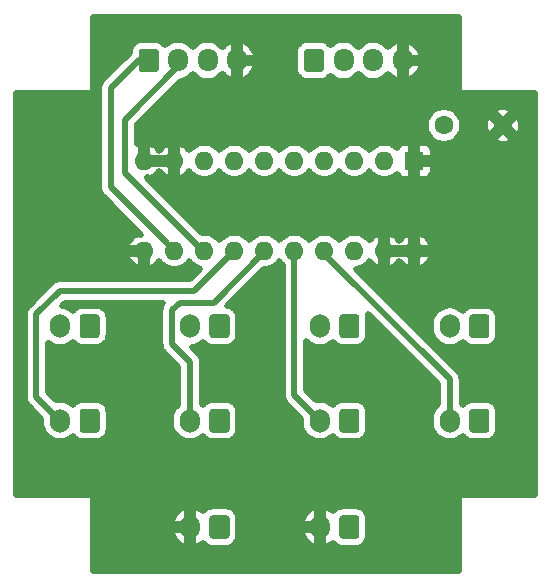
<source format=gbr>
G04 #@! TF.GenerationSoftware,KiCad,Pcbnew,(5.1.10)-1*
G04 #@! TF.CreationDate,2021-10-09T13:30:43+01:00*
G04 #@! TF.ProjectId,8_switch_array,385f7377-6974-4636-985f-61727261792e,rev?*
G04 #@! TF.SameCoordinates,Original*
G04 #@! TF.FileFunction,Copper,L2,Bot*
G04 #@! TF.FilePolarity,Positive*
%FSLAX46Y46*%
G04 Gerber Fmt 4.6, Leading zero omitted, Abs format (unit mm)*
G04 Created by KiCad (PCBNEW (5.1.10)-1) date 2021-10-09 13:30:43*
%MOMM*%
%LPD*%
G01*
G04 APERTURE LIST*
G04 #@! TA.AperFunction,ComponentPad*
%ADD10O,1.600000X1.600000*%
G04 #@! TD*
G04 #@! TA.AperFunction,ComponentPad*
%ADD11R,1.600000X1.600000*%
G04 #@! TD*
G04 #@! TA.AperFunction,ComponentPad*
%ADD12O,1.700000X2.000000*%
G04 #@! TD*
G04 #@! TA.AperFunction,ComponentPad*
%ADD13C,1.600000*%
G04 #@! TD*
G04 #@! TA.AperFunction,ComponentPad*
%ADD14O,1.700000X1.950000*%
G04 #@! TD*
G04 #@! TA.AperFunction,Conductor*
%ADD15C,0.500000*%
G04 #@! TD*
G04 #@! TA.AperFunction,Conductor*
%ADD16C,0.100000*%
G04 #@! TD*
G04 APERTURE END LIST*
D10*
X158500000Y-54120000D03*
X135640000Y-46500000D03*
X155960000Y-54120000D03*
X138180000Y-46500000D03*
X153420000Y-54120000D03*
X140720000Y-46500000D03*
X150880000Y-54120000D03*
X143260000Y-46500000D03*
X148340000Y-54120000D03*
X145800000Y-46500000D03*
X145800000Y-54120000D03*
X148340000Y-46500000D03*
X143260000Y-54120000D03*
X150880000Y-46500000D03*
X140720000Y-54120000D03*
X153420000Y-46500000D03*
X138180000Y-54120000D03*
X155960000Y-46500000D03*
X135640000Y-54120000D03*
D11*
X158500000Y-46500000D03*
D12*
X150500000Y-77500000D03*
G04 #@! TA.AperFunction,ComponentPad*
G36*
G01*
X153850000Y-76750000D02*
X153850000Y-78250000D01*
G75*
G02*
X153600000Y-78500000I-250000J0D01*
G01*
X152400000Y-78500000D01*
G75*
G02*
X152150000Y-78250000I0J250000D01*
G01*
X152150000Y-76750000D01*
G75*
G02*
X152400000Y-76500000I250000J0D01*
G01*
X153600000Y-76500000D01*
G75*
G02*
X153850000Y-76750000I0J-250000D01*
G01*
G37*
G04 #@! TD.AperFunction*
D13*
X166000000Y-43500000D03*
X161000000Y-43500000D03*
D12*
X161500000Y-68500000D03*
G04 #@! TA.AperFunction,ComponentPad*
G36*
G01*
X164850000Y-67750000D02*
X164850000Y-69250000D01*
G75*
G02*
X164600000Y-69500000I-250000J0D01*
G01*
X163400000Y-69500000D01*
G75*
G02*
X163150000Y-69250000I0J250000D01*
G01*
X163150000Y-67750000D01*
G75*
G02*
X163400000Y-67500000I250000J0D01*
G01*
X164600000Y-67500000D01*
G75*
G02*
X164850000Y-67750000I0J-250000D01*
G01*
G37*
G04 #@! TD.AperFunction*
X150500000Y-68500000D03*
G04 #@! TA.AperFunction,ComponentPad*
G36*
G01*
X153850000Y-67750000D02*
X153850000Y-69250000D01*
G75*
G02*
X153600000Y-69500000I-250000J0D01*
G01*
X152400000Y-69500000D01*
G75*
G02*
X152150000Y-69250000I0J250000D01*
G01*
X152150000Y-67750000D01*
G75*
G02*
X152400000Y-67500000I250000J0D01*
G01*
X153600000Y-67500000D01*
G75*
G02*
X153850000Y-67750000I0J-250000D01*
G01*
G37*
G04 #@! TD.AperFunction*
X161500000Y-60500000D03*
G04 #@! TA.AperFunction,ComponentPad*
G36*
G01*
X164850000Y-59750000D02*
X164850000Y-61250000D01*
G75*
G02*
X164600000Y-61500000I-250000J0D01*
G01*
X163400000Y-61500000D01*
G75*
G02*
X163150000Y-61250000I0J250000D01*
G01*
X163150000Y-59750000D01*
G75*
G02*
X163400000Y-59500000I250000J0D01*
G01*
X164600000Y-59500000D01*
G75*
G02*
X164850000Y-59750000I0J-250000D01*
G01*
G37*
G04 #@! TD.AperFunction*
X150500000Y-60500000D03*
G04 #@! TA.AperFunction,ComponentPad*
G36*
G01*
X153850000Y-59750000D02*
X153850000Y-61250000D01*
G75*
G02*
X153600000Y-61500000I-250000J0D01*
G01*
X152400000Y-61500000D01*
G75*
G02*
X152150000Y-61250000I0J250000D01*
G01*
X152150000Y-59750000D01*
G75*
G02*
X152400000Y-59500000I250000J0D01*
G01*
X153600000Y-59500000D01*
G75*
G02*
X153850000Y-59750000I0J-250000D01*
G01*
G37*
G04 #@! TD.AperFunction*
X139500000Y-77500000D03*
G04 #@! TA.AperFunction,ComponentPad*
G36*
G01*
X142850000Y-76750000D02*
X142850000Y-78250000D01*
G75*
G02*
X142600000Y-78500000I-250000J0D01*
G01*
X141400000Y-78500000D01*
G75*
G02*
X141150000Y-78250000I0J250000D01*
G01*
X141150000Y-76750000D01*
G75*
G02*
X141400000Y-76500000I250000J0D01*
G01*
X142600000Y-76500000D01*
G75*
G02*
X142850000Y-76750000I0J-250000D01*
G01*
G37*
G04 #@! TD.AperFunction*
X139500000Y-60500000D03*
G04 #@! TA.AperFunction,ComponentPad*
G36*
G01*
X142850000Y-59750000D02*
X142850000Y-61250000D01*
G75*
G02*
X142600000Y-61500000I-250000J0D01*
G01*
X141400000Y-61500000D01*
G75*
G02*
X141150000Y-61250000I0J250000D01*
G01*
X141150000Y-59750000D01*
G75*
G02*
X141400000Y-59500000I250000J0D01*
G01*
X142600000Y-59500000D01*
G75*
G02*
X142850000Y-59750000I0J-250000D01*
G01*
G37*
G04 #@! TD.AperFunction*
X128500000Y-68500000D03*
G04 #@! TA.AperFunction,ComponentPad*
G36*
G01*
X131850000Y-67750000D02*
X131850000Y-69250000D01*
G75*
G02*
X131600000Y-69500000I-250000J0D01*
G01*
X130400000Y-69500000D01*
G75*
G02*
X130150000Y-69250000I0J250000D01*
G01*
X130150000Y-67750000D01*
G75*
G02*
X130400000Y-67500000I250000J0D01*
G01*
X131600000Y-67500000D01*
G75*
G02*
X131850000Y-67750000I0J-250000D01*
G01*
G37*
G04 #@! TD.AperFunction*
X128500000Y-60500000D03*
G04 #@! TA.AperFunction,ComponentPad*
G36*
G01*
X131850000Y-59750000D02*
X131850000Y-61250000D01*
G75*
G02*
X131600000Y-61500000I-250000J0D01*
G01*
X130400000Y-61500000D01*
G75*
G02*
X130150000Y-61250000I0J250000D01*
G01*
X130150000Y-59750000D01*
G75*
G02*
X130400000Y-59500000I250000J0D01*
G01*
X131600000Y-59500000D01*
G75*
G02*
X131850000Y-59750000I0J-250000D01*
G01*
G37*
G04 #@! TD.AperFunction*
X139500000Y-68500000D03*
G04 #@! TA.AperFunction,ComponentPad*
G36*
G01*
X142850000Y-67750000D02*
X142850000Y-69250000D01*
G75*
G02*
X142600000Y-69500000I-250000J0D01*
G01*
X141400000Y-69500000D01*
G75*
G02*
X141150000Y-69250000I0J250000D01*
G01*
X141150000Y-67750000D01*
G75*
G02*
X141400000Y-67500000I250000J0D01*
G01*
X142600000Y-67500000D01*
G75*
G02*
X142850000Y-67750000I0J-250000D01*
G01*
G37*
G04 #@! TD.AperFunction*
D14*
X157500000Y-38000000D03*
X155000000Y-38000000D03*
X152500000Y-38000000D03*
G04 #@! TA.AperFunction,ComponentPad*
G36*
G01*
X149150000Y-38725000D02*
X149150000Y-37275000D01*
G75*
G02*
X149400000Y-37025000I250000J0D01*
G01*
X150600000Y-37025000D01*
G75*
G02*
X150850000Y-37275000I0J-250000D01*
G01*
X150850000Y-38725000D01*
G75*
G02*
X150600000Y-38975000I-250000J0D01*
G01*
X149400000Y-38975000D01*
G75*
G02*
X149150000Y-38725000I0J250000D01*
G01*
G37*
G04 #@! TD.AperFunction*
X143500000Y-38000000D03*
X141000000Y-38000000D03*
X138500000Y-38000000D03*
G04 #@! TA.AperFunction,ComponentPad*
G36*
G01*
X135150000Y-38725000D02*
X135150000Y-37275000D01*
G75*
G02*
X135400000Y-37025000I250000J0D01*
G01*
X136600000Y-37025000D01*
G75*
G02*
X136850000Y-37275000I0J-250000D01*
G01*
X136850000Y-38725000D01*
G75*
G02*
X136600000Y-38975000I-250000J0D01*
G01*
X135400000Y-38975000D01*
G75*
G02*
X135150000Y-38725000I0J250000D01*
G01*
G37*
G04 #@! TD.AperFunction*
D15*
X132799989Y-48739989D02*
X137380001Y-53320001D01*
X135150000Y-38000000D02*
X132799989Y-40350011D01*
X136000000Y-38000000D02*
X135150000Y-38000000D01*
X137380001Y-53320001D02*
X138180000Y-54120000D01*
X132799989Y-40350011D02*
X132799989Y-48739989D01*
X140620000Y-54120000D02*
X140720000Y-54120000D01*
X134000000Y-47500000D02*
X140620000Y-54120000D01*
X134000000Y-43000000D02*
X134000000Y-47500000D01*
X138500000Y-38500000D02*
X134000000Y-43000000D01*
X138500000Y-38000000D02*
X138500000Y-38500000D01*
X148340000Y-66340000D02*
X150500000Y-68500000D01*
X148340000Y-54120000D02*
X148340000Y-66340000D01*
X148340000Y-66340000D02*
X149000000Y-67000000D01*
X150880000Y-54380000D02*
X161500000Y-65000000D01*
X150880000Y-54120000D02*
X150880000Y-54380000D01*
X161500000Y-65000000D02*
X161500000Y-68500000D01*
X139500000Y-63500000D02*
X139500000Y-68500000D01*
X138000000Y-62000000D02*
X139500000Y-63500000D01*
X138611529Y-58500000D02*
X138000000Y-59111529D01*
X138000000Y-59111529D02*
X138000000Y-62000000D01*
X140500000Y-58500000D02*
X138611529Y-58500000D01*
X141500000Y-58500000D02*
X140500000Y-58500000D01*
X145800000Y-54200000D02*
X141500000Y-58500000D01*
X145800000Y-54120000D02*
X145800000Y-54200000D01*
X126500000Y-66500000D02*
X128500000Y-68500000D01*
X128500000Y-57500000D02*
X126500000Y-59500000D01*
X139880000Y-57500000D02*
X128500000Y-57500000D01*
X126500000Y-59500000D02*
X126500000Y-66500000D01*
X143260000Y-54120000D02*
X139880000Y-57500000D01*
X162250000Y-40500000D02*
X162254804Y-40548773D01*
X162269030Y-40595671D01*
X162292133Y-40638893D01*
X162323223Y-40676777D01*
X162361107Y-40707867D01*
X162404329Y-40730970D01*
X162451227Y-40745196D01*
X162500000Y-40750000D01*
X168725000Y-40750000D01*
X168725001Y-74750000D01*
X162500000Y-74750000D01*
X162451227Y-74754804D01*
X162404329Y-74769030D01*
X162361107Y-74792133D01*
X162323223Y-74823223D01*
X162292133Y-74861107D01*
X162269030Y-74904329D01*
X162254804Y-74951227D01*
X162250000Y-75000000D01*
X162250000Y-81225000D01*
X131250000Y-81225000D01*
X131250000Y-77997839D01*
X137943074Y-77997839D01*
X138040850Y-78294897D01*
X138194700Y-78567172D01*
X138398712Y-78804200D01*
X138645046Y-78996873D01*
X138924236Y-79137786D01*
X139005857Y-79171783D01*
X139250000Y-79040200D01*
X139250000Y-77750000D01*
X138095328Y-77750000D01*
X137943074Y-77997839D01*
X131250000Y-77997839D01*
X131250000Y-77002161D01*
X137943074Y-77002161D01*
X138095328Y-77250000D01*
X139250000Y-77250000D01*
X139250000Y-75959800D01*
X139750000Y-75959800D01*
X139750000Y-77250000D01*
X139770000Y-77250000D01*
X139770000Y-77750000D01*
X139750000Y-77750000D01*
X139750000Y-79040200D01*
X139994143Y-79171783D01*
X140075764Y-79137786D01*
X140354954Y-78996873D01*
X140577807Y-78822566D01*
X140690328Y-78959672D01*
X140842414Y-79084486D01*
X141015928Y-79177231D01*
X141204202Y-79234344D01*
X141400000Y-79253628D01*
X142600000Y-79253628D01*
X142795798Y-79234344D01*
X142984072Y-79177231D01*
X143157586Y-79084486D01*
X143309672Y-78959672D01*
X143434486Y-78807586D01*
X143527231Y-78634072D01*
X143584344Y-78445798D01*
X143603628Y-78250000D01*
X143603628Y-77997839D01*
X148943074Y-77997839D01*
X149040850Y-78294897D01*
X149194700Y-78567172D01*
X149398712Y-78804200D01*
X149645046Y-78996873D01*
X149924236Y-79137786D01*
X150005857Y-79171783D01*
X150250000Y-79040200D01*
X150250000Y-77750000D01*
X149095328Y-77750000D01*
X148943074Y-77997839D01*
X143603628Y-77997839D01*
X143603628Y-77002161D01*
X148943074Y-77002161D01*
X149095328Y-77250000D01*
X150250000Y-77250000D01*
X150250000Y-75959800D01*
X150750000Y-75959800D01*
X150750000Y-77250000D01*
X150770000Y-77250000D01*
X150770000Y-77750000D01*
X150750000Y-77750000D01*
X150750000Y-79040200D01*
X150994143Y-79171783D01*
X151075764Y-79137786D01*
X151354954Y-78996873D01*
X151577807Y-78822566D01*
X151690328Y-78959672D01*
X151842414Y-79084486D01*
X152015928Y-79177231D01*
X152204202Y-79234344D01*
X152400000Y-79253628D01*
X153600000Y-79253628D01*
X153795798Y-79234344D01*
X153984072Y-79177231D01*
X154157586Y-79084486D01*
X154309672Y-78959672D01*
X154434486Y-78807586D01*
X154527231Y-78634072D01*
X154584344Y-78445798D01*
X154603628Y-78250000D01*
X154603628Y-76750000D01*
X154584344Y-76554202D01*
X154527231Y-76365928D01*
X154434486Y-76192414D01*
X154309672Y-76040328D01*
X154157586Y-75915514D01*
X153984072Y-75822769D01*
X153795798Y-75765656D01*
X153600000Y-75746372D01*
X152400000Y-75746372D01*
X152204202Y-75765656D01*
X152015928Y-75822769D01*
X151842414Y-75915514D01*
X151690328Y-76040328D01*
X151577807Y-76177434D01*
X151354954Y-76003127D01*
X151075764Y-75862214D01*
X150994143Y-75828217D01*
X150750000Y-75959800D01*
X150250000Y-75959800D01*
X150005857Y-75828217D01*
X149924236Y-75862214D01*
X149645046Y-76003127D01*
X149398712Y-76195800D01*
X149194700Y-76432828D01*
X149040850Y-76705103D01*
X148943074Y-77002161D01*
X143603628Y-77002161D01*
X143603628Y-76750000D01*
X143584344Y-76554202D01*
X143527231Y-76365928D01*
X143434486Y-76192414D01*
X143309672Y-76040328D01*
X143157586Y-75915514D01*
X142984072Y-75822769D01*
X142795798Y-75765656D01*
X142600000Y-75746372D01*
X141400000Y-75746372D01*
X141204202Y-75765656D01*
X141015928Y-75822769D01*
X140842414Y-75915514D01*
X140690328Y-76040328D01*
X140577807Y-76177434D01*
X140354954Y-76003127D01*
X140075764Y-75862214D01*
X139994143Y-75828217D01*
X139750000Y-75959800D01*
X139250000Y-75959800D01*
X139005857Y-75828217D01*
X138924236Y-75862214D01*
X138645046Y-76003127D01*
X138398712Y-76195800D01*
X138194700Y-76432828D01*
X138040850Y-76705103D01*
X137943074Y-77002161D01*
X131250000Y-77002161D01*
X131250000Y-75000000D01*
X131245196Y-74951227D01*
X131230970Y-74904329D01*
X131207867Y-74861107D01*
X131176777Y-74823223D01*
X131138893Y-74792133D01*
X131095671Y-74769030D01*
X131048773Y-74754804D01*
X131000000Y-74750000D01*
X124775000Y-74750000D01*
X124775000Y-59500000D01*
X125495162Y-59500000D01*
X125500000Y-59549120D01*
X125500001Y-66450870D01*
X125495162Y-66500000D01*
X125514470Y-66696034D01*
X125571651Y-66884534D01*
X125614875Y-66965400D01*
X125664509Y-67058258D01*
X125789473Y-67210528D01*
X125827632Y-67241844D01*
X126900000Y-68314213D01*
X126900000Y-68728596D01*
X126923151Y-68963654D01*
X127014641Y-69265255D01*
X127163212Y-69543212D01*
X127363155Y-69786845D01*
X127606787Y-69986788D01*
X127884744Y-70135359D01*
X128186345Y-70226849D01*
X128500000Y-70257741D01*
X128813654Y-70226849D01*
X129115255Y-70135359D01*
X129393212Y-69986788D01*
X129584050Y-69830172D01*
X129690328Y-69959672D01*
X129842414Y-70084486D01*
X130015928Y-70177231D01*
X130204202Y-70234344D01*
X130400000Y-70253628D01*
X131600000Y-70253628D01*
X131795798Y-70234344D01*
X131984072Y-70177231D01*
X132157586Y-70084486D01*
X132309672Y-69959672D01*
X132434486Y-69807586D01*
X132527231Y-69634072D01*
X132584344Y-69445798D01*
X132603628Y-69250000D01*
X132603628Y-67750000D01*
X132584344Y-67554202D01*
X132527231Y-67365928D01*
X132434486Y-67192414D01*
X132309672Y-67040328D01*
X132157586Y-66915514D01*
X131984072Y-66822769D01*
X131795798Y-66765656D01*
X131600000Y-66746372D01*
X130400000Y-66746372D01*
X130204202Y-66765656D01*
X130015928Y-66822769D01*
X129842414Y-66915514D01*
X129690328Y-67040328D01*
X129584050Y-67169828D01*
X129393213Y-67013212D01*
X129115256Y-66864641D01*
X128813655Y-66773151D01*
X128500000Y-66742259D01*
X128187272Y-66773060D01*
X127500000Y-66085788D01*
X127500000Y-61899150D01*
X127606787Y-61986788D01*
X127884744Y-62135359D01*
X128186345Y-62226849D01*
X128500000Y-62257741D01*
X128813654Y-62226849D01*
X129115255Y-62135359D01*
X129393212Y-61986788D01*
X129584050Y-61830172D01*
X129690328Y-61959672D01*
X129842414Y-62084486D01*
X130015928Y-62177231D01*
X130204202Y-62234344D01*
X130400000Y-62253628D01*
X131600000Y-62253628D01*
X131795798Y-62234344D01*
X131984072Y-62177231D01*
X132157586Y-62084486D01*
X132309672Y-61959672D01*
X132434486Y-61807586D01*
X132527231Y-61634072D01*
X132584344Y-61445798D01*
X132603628Y-61250000D01*
X132603628Y-59750000D01*
X132584344Y-59554202D01*
X132527231Y-59365928D01*
X132434486Y-59192414D01*
X132309672Y-59040328D01*
X132157586Y-58915514D01*
X131984072Y-58822769D01*
X131795798Y-58765656D01*
X131600000Y-58746372D01*
X130400000Y-58746372D01*
X130204202Y-58765656D01*
X130015928Y-58822769D01*
X129842414Y-58915514D01*
X129690328Y-59040328D01*
X129584050Y-59169828D01*
X129393213Y-59013212D01*
X129115256Y-58864641D01*
X128813655Y-58773151D01*
X128656536Y-58757676D01*
X128914213Y-58500000D01*
X137208226Y-58500000D01*
X137164508Y-58553271D01*
X137105051Y-58664508D01*
X137071651Y-58726995D01*
X137014470Y-58915495D01*
X136995162Y-59111529D01*
X137000000Y-59160650D01*
X137000001Y-61950870D01*
X136995162Y-62000000D01*
X137014470Y-62196034D01*
X137071651Y-62384534D01*
X137071652Y-62384535D01*
X137164509Y-62558258D01*
X137289473Y-62710528D01*
X137327632Y-62741844D01*
X138500000Y-63914213D01*
X138500001Y-67100849D01*
X138363155Y-67213155D01*
X138163212Y-67456787D01*
X138014641Y-67734744D01*
X137923151Y-68036345D01*
X137900000Y-68271403D01*
X137900000Y-68728596D01*
X137923151Y-68963654D01*
X138014641Y-69265255D01*
X138163212Y-69543212D01*
X138363155Y-69786845D01*
X138606787Y-69986788D01*
X138884744Y-70135359D01*
X139186345Y-70226849D01*
X139500000Y-70257741D01*
X139813654Y-70226849D01*
X140115255Y-70135359D01*
X140393212Y-69986788D01*
X140584050Y-69830172D01*
X140690328Y-69959672D01*
X140842414Y-70084486D01*
X141015928Y-70177231D01*
X141204202Y-70234344D01*
X141400000Y-70253628D01*
X142600000Y-70253628D01*
X142795798Y-70234344D01*
X142984072Y-70177231D01*
X143157586Y-70084486D01*
X143309672Y-69959672D01*
X143434486Y-69807586D01*
X143527231Y-69634072D01*
X143584344Y-69445798D01*
X143603628Y-69250000D01*
X143603628Y-67750000D01*
X143584344Y-67554202D01*
X143527231Y-67365928D01*
X143434486Y-67192414D01*
X143309672Y-67040328D01*
X143157586Y-66915514D01*
X142984072Y-66822769D01*
X142795798Y-66765656D01*
X142600000Y-66746372D01*
X141400000Y-66746372D01*
X141204202Y-66765656D01*
X141015928Y-66822769D01*
X140842414Y-66915514D01*
X140690328Y-67040328D01*
X140584050Y-67169828D01*
X140500000Y-67100850D01*
X140500000Y-63549117D01*
X140504838Y-63499999D01*
X140500000Y-63450880D01*
X140485530Y-63303966D01*
X140428349Y-63115465D01*
X140335492Y-62941742D01*
X140210528Y-62789472D01*
X140172368Y-62758155D01*
X139656536Y-62242324D01*
X139813654Y-62226849D01*
X140115255Y-62135359D01*
X140393212Y-61986788D01*
X140584050Y-61830172D01*
X140690328Y-61959672D01*
X140842414Y-62084486D01*
X141015928Y-62177231D01*
X141204202Y-62234344D01*
X141400000Y-62253628D01*
X142600000Y-62253628D01*
X142795798Y-62234344D01*
X142984072Y-62177231D01*
X143157586Y-62084486D01*
X143309672Y-61959672D01*
X143434486Y-61807586D01*
X143527231Y-61634072D01*
X143584344Y-61445798D01*
X143603628Y-61250000D01*
X143603628Y-59750000D01*
X143584344Y-59554202D01*
X143527231Y-59365928D01*
X143434486Y-59192414D01*
X143309672Y-59040328D01*
X143157586Y-58915514D01*
X142984072Y-58822769D01*
X142795798Y-58765656D01*
X142661758Y-58752454D01*
X145744213Y-55670000D01*
X145952662Y-55670000D01*
X146252118Y-55610435D01*
X146534200Y-55493592D01*
X146788068Y-55323964D01*
X147003964Y-55108068D01*
X147070000Y-55009237D01*
X147136036Y-55108068D01*
X147340000Y-55312032D01*
X147340001Y-66290870D01*
X147335162Y-66340000D01*
X147354470Y-66536034D01*
X147411651Y-66724534D01*
X147437638Y-66773151D01*
X147504509Y-66898258D01*
X147629473Y-67050528D01*
X147667632Y-67081844D01*
X148900000Y-68314213D01*
X148900000Y-68728596D01*
X148923151Y-68963654D01*
X149014641Y-69265255D01*
X149163212Y-69543212D01*
X149363155Y-69786845D01*
X149606787Y-69986788D01*
X149884744Y-70135359D01*
X150186345Y-70226849D01*
X150500000Y-70257741D01*
X150813654Y-70226849D01*
X151115255Y-70135359D01*
X151393212Y-69986788D01*
X151584050Y-69830172D01*
X151690328Y-69959672D01*
X151842414Y-70084486D01*
X152015928Y-70177231D01*
X152204202Y-70234344D01*
X152400000Y-70253628D01*
X153600000Y-70253628D01*
X153795798Y-70234344D01*
X153984072Y-70177231D01*
X154157586Y-70084486D01*
X154309672Y-69959672D01*
X154434486Y-69807586D01*
X154527231Y-69634072D01*
X154584344Y-69445798D01*
X154603628Y-69250000D01*
X154603628Y-67750000D01*
X154584344Y-67554202D01*
X154527231Y-67365928D01*
X154434486Y-67192414D01*
X154309672Y-67040328D01*
X154157586Y-66915514D01*
X153984072Y-66822769D01*
X153795798Y-66765656D01*
X153600000Y-66746372D01*
X152400000Y-66746372D01*
X152204202Y-66765656D01*
X152015928Y-66822769D01*
X151842414Y-66915514D01*
X151690328Y-67040328D01*
X151584050Y-67169828D01*
X151393213Y-67013212D01*
X151115256Y-66864641D01*
X150813655Y-66773151D01*
X150500000Y-66742259D01*
X150187272Y-66773060D01*
X149340000Y-65925788D01*
X149340000Y-61758630D01*
X149363155Y-61786845D01*
X149606787Y-61986788D01*
X149884744Y-62135359D01*
X150186345Y-62226849D01*
X150500000Y-62257741D01*
X150813654Y-62226849D01*
X151115255Y-62135359D01*
X151393212Y-61986788D01*
X151584050Y-61830172D01*
X151690328Y-61959672D01*
X151842414Y-62084486D01*
X152015928Y-62177231D01*
X152204202Y-62234344D01*
X152400000Y-62253628D01*
X153600000Y-62253628D01*
X153795798Y-62234344D01*
X153984072Y-62177231D01*
X154157586Y-62084486D01*
X154309672Y-61959672D01*
X154434486Y-61807586D01*
X154527231Y-61634072D01*
X154584344Y-61445798D01*
X154603628Y-61250000D01*
X154603628Y-59750000D01*
X154584344Y-59554202D01*
X154560114Y-59474326D01*
X160500000Y-65414213D01*
X160500001Y-67100850D01*
X160363155Y-67213155D01*
X160163212Y-67456787D01*
X160014641Y-67734744D01*
X159923151Y-68036345D01*
X159900000Y-68271403D01*
X159900000Y-68728596D01*
X159923151Y-68963654D01*
X160014641Y-69265255D01*
X160163212Y-69543212D01*
X160363155Y-69786845D01*
X160606787Y-69986788D01*
X160884744Y-70135359D01*
X161186345Y-70226849D01*
X161500000Y-70257741D01*
X161813654Y-70226849D01*
X162115255Y-70135359D01*
X162393212Y-69986788D01*
X162584050Y-69830172D01*
X162690328Y-69959672D01*
X162842414Y-70084486D01*
X163015928Y-70177231D01*
X163204202Y-70234344D01*
X163400000Y-70253628D01*
X164600000Y-70253628D01*
X164795798Y-70234344D01*
X164984072Y-70177231D01*
X165157586Y-70084486D01*
X165309672Y-69959672D01*
X165434486Y-69807586D01*
X165527231Y-69634072D01*
X165584344Y-69445798D01*
X165603628Y-69250000D01*
X165603628Y-67750000D01*
X165584344Y-67554202D01*
X165527231Y-67365928D01*
X165434486Y-67192414D01*
X165309672Y-67040328D01*
X165157586Y-66915514D01*
X164984072Y-66822769D01*
X164795798Y-66765656D01*
X164600000Y-66746372D01*
X163400000Y-66746372D01*
X163204202Y-66765656D01*
X163015928Y-66822769D01*
X162842414Y-66915514D01*
X162690328Y-67040328D01*
X162584050Y-67169828D01*
X162500000Y-67100850D01*
X162500000Y-65049119D01*
X162504838Y-64999999D01*
X162485530Y-64803965D01*
X162428349Y-64615465D01*
X162335492Y-64441742D01*
X162210528Y-64289472D01*
X162172368Y-64258155D01*
X158185616Y-60271403D01*
X159900000Y-60271403D01*
X159900000Y-60728596D01*
X159923151Y-60963654D01*
X160014641Y-61265255D01*
X160163212Y-61543212D01*
X160363155Y-61786845D01*
X160606787Y-61986788D01*
X160884744Y-62135359D01*
X161186345Y-62226849D01*
X161500000Y-62257741D01*
X161813654Y-62226849D01*
X162115255Y-62135359D01*
X162393212Y-61986788D01*
X162584050Y-61830172D01*
X162690328Y-61959672D01*
X162842414Y-62084486D01*
X163015928Y-62177231D01*
X163204202Y-62234344D01*
X163400000Y-62253628D01*
X164600000Y-62253628D01*
X164795798Y-62234344D01*
X164984072Y-62177231D01*
X165157586Y-62084486D01*
X165309672Y-61959672D01*
X165434486Y-61807586D01*
X165527231Y-61634072D01*
X165584344Y-61445798D01*
X165603628Y-61250000D01*
X165603628Y-59750000D01*
X165584344Y-59554202D01*
X165527231Y-59365928D01*
X165434486Y-59192414D01*
X165309672Y-59040328D01*
X165157586Y-58915514D01*
X164984072Y-58822769D01*
X164795798Y-58765656D01*
X164600000Y-58746372D01*
X163400000Y-58746372D01*
X163204202Y-58765656D01*
X163015928Y-58822769D01*
X162842414Y-58915514D01*
X162690328Y-59040328D01*
X162584050Y-59169828D01*
X162393213Y-59013212D01*
X162115256Y-58864641D01*
X161813655Y-58773151D01*
X161500000Y-58742259D01*
X161186346Y-58773151D01*
X160884745Y-58864641D01*
X160606788Y-59013212D01*
X160363155Y-59213155D01*
X160163212Y-59456787D01*
X160014641Y-59734744D01*
X159923151Y-60036345D01*
X159900000Y-60271403D01*
X158185616Y-60271403D01*
X153582296Y-55668084D01*
X153872118Y-55610435D01*
X154154200Y-55493592D01*
X154408068Y-55323964D01*
X154623964Y-55108068D01*
X154694655Y-55002271D01*
X154786328Y-55132434D01*
X155006396Y-55341952D01*
X155263110Y-55504511D01*
X155473779Y-55591764D01*
X155710000Y-55459368D01*
X155710000Y-54370000D01*
X156210000Y-54370000D01*
X156210000Y-55459368D01*
X156446221Y-55591764D01*
X156656890Y-55504511D01*
X156913604Y-55341952D01*
X157133672Y-55132434D01*
X157230000Y-54995661D01*
X157326328Y-55132434D01*
X157546396Y-55341952D01*
X157803110Y-55504511D01*
X158013779Y-55591764D01*
X158250000Y-55459368D01*
X158250000Y-54370000D01*
X158750000Y-54370000D01*
X158750000Y-55459368D01*
X158986221Y-55591764D01*
X159196890Y-55504511D01*
X159453604Y-55341952D01*
X159673672Y-55132434D01*
X159848636Y-54884008D01*
X159971773Y-54606222D01*
X159842215Y-54370000D01*
X158750000Y-54370000D01*
X158250000Y-54370000D01*
X156210000Y-54370000D01*
X155710000Y-54370000D01*
X155690000Y-54370000D01*
X155690000Y-53870000D01*
X155710000Y-53870000D01*
X155710000Y-52780632D01*
X156210000Y-52780632D01*
X156210000Y-53870000D01*
X158250000Y-53870000D01*
X158250000Y-52780632D01*
X158750000Y-52780632D01*
X158750000Y-53870000D01*
X159842215Y-53870000D01*
X159971773Y-53633778D01*
X159848636Y-53355992D01*
X159673672Y-53107566D01*
X159453604Y-52898048D01*
X159196890Y-52735489D01*
X158986221Y-52648236D01*
X158750000Y-52780632D01*
X158250000Y-52780632D01*
X158013779Y-52648236D01*
X157803110Y-52735489D01*
X157546396Y-52898048D01*
X157326328Y-53107566D01*
X157230000Y-53244339D01*
X157133672Y-53107566D01*
X156913604Y-52898048D01*
X156656890Y-52735489D01*
X156446221Y-52648236D01*
X156210000Y-52780632D01*
X155710000Y-52780632D01*
X155473779Y-52648236D01*
X155263110Y-52735489D01*
X155006396Y-52898048D01*
X154786328Y-53107566D01*
X154694655Y-53237729D01*
X154623964Y-53131932D01*
X154408068Y-52916036D01*
X154154200Y-52746408D01*
X153872118Y-52629565D01*
X153572662Y-52570000D01*
X153267338Y-52570000D01*
X152967882Y-52629565D01*
X152685800Y-52746408D01*
X152431932Y-52916036D01*
X152216036Y-53131932D01*
X152150000Y-53230763D01*
X152083964Y-53131932D01*
X151868068Y-52916036D01*
X151614200Y-52746408D01*
X151332118Y-52629565D01*
X151032662Y-52570000D01*
X150727338Y-52570000D01*
X150427882Y-52629565D01*
X150145800Y-52746408D01*
X149891932Y-52916036D01*
X149676036Y-53131932D01*
X149610000Y-53230763D01*
X149543964Y-53131932D01*
X149328068Y-52916036D01*
X149074200Y-52746408D01*
X148792118Y-52629565D01*
X148492662Y-52570000D01*
X148187338Y-52570000D01*
X147887882Y-52629565D01*
X147605800Y-52746408D01*
X147351932Y-52916036D01*
X147136036Y-53131932D01*
X147070000Y-53230763D01*
X147003964Y-53131932D01*
X146788068Y-52916036D01*
X146534200Y-52746408D01*
X146252118Y-52629565D01*
X145952662Y-52570000D01*
X145647338Y-52570000D01*
X145347882Y-52629565D01*
X145065800Y-52746408D01*
X144811932Y-52916036D01*
X144596036Y-53131932D01*
X144530000Y-53230763D01*
X144463964Y-53131932D01*
X144248068Y-52916036D01*
X143994200Y-52746408D01*
X143712118Y-52629565D01*
X143412662Y-52570000D01*
X143107338Y-52570000D01*
X142807882Y-52629565D01*
X142525800Y-52746408D01*
X142271932Y-52916036D01*
X142056036Y-53131932D01*
X141990000Y-53230763D01*
X141923964Y-53131932D01*
X141708068Y-52916036D01*
X141454200Y-52746408D01*
X141172118Y-52629565D01*
X140872662Y-52570000D01*
X140567338Y-52570000D01*
X140498005Y-52583791D01*
X135890002Y-47975790D01*
X135890002Y-47839369D01*
X136126221Y-47971764D01*
X136336890Y-47884511D01*
X136593604Y-47721952D01*
X136813672Y-47512434D01*
X136910000Y-47375661D01*
X137006328Y-47512434D01*
X137226396Y-47721952D01*
X137483110Y-47884511D01*
X137693779Y-47971764D01*
X137930000Y-47839368D01*
X137930000Y-46750000D01*
X135890000Y-46750000D01*
X135890000Y-46770000D01*
X135390000Y-46770000D01*
X135390000Y-46750000D01*
X135370000Y-46750000D01*
X135370000Y-46250000D01*
X135390000Y-46250000D01*
X135390000Y-45160632D01*
X135890000Y-45160632D01*
X135890000Y-46250000D01*
X137930000Y-46250000D01*
X137930000Y-45160632D01*
X138430000Y-45160632D01*
X138430000Y-46250000D01*
X138450000Y-46250000D01*
X138450000Y-46750000D01*
X138430000Y-46750000D01*
X138430000Y-47839368D01*
X138666221Y-47971764D01*
X138876890Y-47884511D01*
X139133604Y-47721952D01*
X139353672Y-47512434D01*
X139445345Y-47382271D01*
X139516036Y-47488068D01*
X139731932Y-47703964D01*
X139985800Y-47873592D01*
X140267882Y-47990435D01*
X140567338Y-48050000D01*
X140872662Y-48050000D01*
X141172118Y-47990435D01*
X141454200Y-47873592D01*
X141708068Y-47703964D01*
X141923964Y-47488068D01*
X141990000Y-47389237D01*
X142056036Y-47488068D01*
X142271932Y-47703964D01*
X142525800Y-47873592D01*
X142807882Y-47990435D01*
X143107338Y-48050000D01*
X143412662Y-48050000D01*
X143712118Y-47990435D01*
X143994200Y-47873592D01*
X144248068Y-47703964D01*
X144463964Y-47488068D01*
X144530000Y-47389237D01*
X144596036Y-47488068D01*
X144811932Y-47703964D01*
X145065800Y-47873592D01*
X145347882Y-47990435D01*
X145647338Y-48050000D01*
X145952662Y-48050000D01*
X146252118Y-47990435D01*
X146534200Y-47873592D01*
X146788068Y-47703964D01*
X147003964Y-47488068D01*
X147070000Y-47389237D01*
X147136036Y-47488068D01*
X147351932Y-47703964D01*
X147605800Y-47873592D01*
X147887882Y-47990435D01*
X148187338Y-48050000D01*
X148492662Y-48050000D01*
X148792118Y-47990435D01*
X149074200Y-47873592D01*
X149328068Y-47703964D01*
X149543964Y-47488068D01*
X149610000Y-47389237D01*
X149676036Y-47488068D01*
X149891932Y-47703964D01*
X150145800Y-47873592D01*
X150427882Y-47990435D01*
X150727338Y-48050000D01*
X151032662Y-48050000D01*
X151332118Y-47990435D01*
X151614200Y-47873592D01*
X151868068Y-47703964D01*
X152083964Y-47488068D01*
X152150000Y-47389237D01*
X152216036Y-47488068D01*
X152431932Y-47703964D01*
X152685800Y-47873592D01*
X152967882Y-47990435D01*
X153267338Y-48050000D01*
X153572662Y-48050000D01*
X153872118Y-47990435D01*
X154154200Y-47873592D01*
X154408068Y-47703964D01*
X154623964Y-47488068D01*
X154690000Y-47389237D01*
X154756036Y-47488068D01*
X154971932Y-47703964D01*
X155225800Y-47873592D01*
X155507882Y-47990435D01*
X155807338Y-48050000D01*
X156112662Y-48050000D01*
X156412118Y-47990435D01*
X156694200Y-47873592D01*
X156948068Y-47703964D01*
X157024600Y-47627432D01*
X157073380Y-47718694D01*
X157167104Y-47832896D01*
X157281306Y-47926620D01*
X157411599Y-47996262D01*
X157552974Y-48039148D01*
X157700000Y-48053629D01*
X158062500Y-48050000D01*
X158250000Y-47862500D01*
X158250000Y-46750000D01*
X158750000Y-46750000D01*
X158750000Y-47862500D01*
X158937500Y-48050000D01*
X159300000Y-48053629D01*
X159447026Y-48039148D01*
X159588401Y-47996262D01*
X159718694Y-47926620D01*
X159832896Y-47832896D01*
X159926620Y-47718694D01*
X159996262Y-47588401D01*
X160039148Y-47447026D01*
X160053629Y-47300000D01*
X160050000Y-46937500D01*
X159862500Y-46750000D01*
X158750000Y-46750000D01*
X158250000Y-46750000D01*
X158230000Y-46750000D01*
X158230000Y-46250000D01*
X158250000Y-46250000D01*
X158250000Y-45137500D01*
X158750000Y-45137500D01*
X158750000Y-46250000D01*
X159862500Y-46250000D01*
X160050000Y-46062500D01*
X160053629Y-45700000D01*
X160039148Y-45552974D01*
X159996262Y-45411599D01*
X159926620Y-45281306D01*
X159832896Y-45167104D01*
X159718694Y-45073380D01*
X159588401Y-45003738D01*
X159447026Y-44960852D01*
X159300000Y-44946371D01*
X158937500Y-44950000D01*
X158750000Y-45137500D01*
X158250000Y-45137500D01*
X158062500Y-44950000D01*
X157700000Y-44946371D01*
X157552974Y-44960852D01*
X157411599Y-45003738D01*
X157281306Y-45073380D01*
X157167104Y-45167104D01*
X157073380Y-45281306D01*
X157024600Y-45372568D01*
X156948068Y-45296036D01*
X156694200Y-45126408D01*
X156412118Y-45009565D01*
X156112662Y-44950000D01*
X155807338Y-44950000D01*
X155507882Y-45009565D01*
X155225800Y-45126408D01*
X154971932Y-45296036D01*
X154756036Y-45511932D01*
X154690000Y-45610763D01*
X154623964Y-45511932D01*
X154408068Y-45296036D01*
X154154200Y-45126408D01*
X153872118Y-45009565D01*
X153572662Y-44950000D01*
X153267338Y-44950000D01*
X152967882Y-45009565D01*
X152685800Y-45126408D01*
X152431932Y-45296036D01*
X152216036Y-45511932D01*
X152150000Y-45610763D01*
X152083964Y-45511932D01*
X151868068Y-45296036D01*
X151614200Y-45126408D01*
X151332118Y-45009565D01*
X151032662Y-44950000D01*
X150727338Y-44950000D01*
X150427882Y-45009565D01*
X150145800Y-45126408D01*
X149891932Y-45296036D01*
X149676036Y-45511932D01*
X149610000Y-45610763D01*
X149543964Y-45511932D01*
X149328068Y-45296036D01*
X149074200Y-45126408D01*
X148792118Y-45009565D01*
X148492662Y-44950000D01*
X148187338Y-44950000D01*
X147887882Y-45009565D01*
X147605800Y-45126408D01*
X147351932Y-45296036D01*
X147136036Y-45511932D01*
X147070000Y-45610763D01*
X147003964Y-45511932D01*
X146788068Y-45296036D01*
X146534200Y-45126408D01*
X146252118Y-45009565D01*
X145952662Y-44950000D01*
X145647338Y-44950000D01*
X145347882Y-45009565D01*
X145065800Y-45126408D01*
X144811932Y-45296036D01*
X144596036Y-45511932D01*
X144530000Y-45610763D01*
X144463964Y-45511932D01*
X144248068Y-45296036D01*
X143994200Y-45126408D01*
X143712118Y-45009565D01*
X143412662Y-44950000D01*
X143107338Y-44950000D01*
X142807882Y-45009565D01*
X142525800Y-45126408D01*
X142271932Y-45296036D01*
X142056036Y-45511932D01*
X141990000Y-45610763D01*
X141923964Y-45511932D01*
X141708068Y-45296036D01*
X141454200Y-45126408D01*
X141172118Y-45009565D01*
X140872662Y-44950000D01*
X140567338Y-44950000D01*
X140267882Y-45009565D01*
X139985800Y-45126408D01*
X139731932Y-45296036D01*
X139516036Y-45511932D01*
X139445345Y-45617729D01*
X139353672Y-45487566D01*
X139133604Y-45278048D01*
X138876890Y-45115489D01*
X138666221Y-45028236D01*
X138430000Y-45160632D01*
X137930000Y-45160632D01*
X137693779Y-45028236D01*
X137483110Y-45115489D01*
X137226396Y-45278048D01*
X137006328Y-45487566D01*
X136910000Y-45624339D01*
X136813672Y-45487566D01*
X136593604Y-45278048D01*
X136336890Y-45115489D01*
X136126221Y-45028236D01*
X135890000Y-45160632D01*
X135390000Y-45160632D01*
X135153779Y-45028236D01*
X135000000Y-45091927D01*
X135000000Y-43414212D01*
X135066874Y-43347338D01*
X159450000Y-43347338D01*
X159450000Y-43652662D01*
X159509565Y-43952118D01*
X159626408Y-44234200D01*
X159796036Y-44488068D01*
X160011932Y-44703964D01*
X160265800Y-44873592D01*
X160547882Y-44990435D01*
X160847338Y-45050000D01*
X161152662Y-45050000D01*
X161452118Y-44990435D01*
X161734200Y-44873592D01*
X161988068Y-44703964D01*
X162062785Y-44629247D01*
X165224306Y-44629247D01*
X165298649Y-44890653D01*
X165583429Y-45000758D01*
X165884216Y-45053190D01*
X166189454Y-45045935D01*
X166487411Y-44979270D01*
X166701351Y-44890653D01*
X166775694Y-44629247D01*
X166000000Y-43853553D01*
X165224306Y-44629247D01*
X162062785Y-44629247D01*
X162203964Y-44488068D01*
X162373592Y-44234200D01*
X162490435Y-43952118D01*
X162550000Y-43652662D01*
X162550000Y-43384216D01*
X164446810Y-43384216D01*
X164454065Y-43689454D01*
X164520730Y-43987411D01*
X164609347Y-44201351D01*
X164870753Y-44275694D01*
X165646447Y-43500000D01*
X166353553Y-43500000D01*
X167129247Y-44275694D01*
X167390653Y-44201351D01*
X167500758Y-43916571D01*
X167553190Y-43615784D01*
X167545935Y-43310546D01*
X167479270Y-43012589D01*
X167390653Y-42798649D01*
X167129247Y-42724306D01*
X166353553Y-43500000D01*
X165646447Y-43500000D01*
X164870753Y-42724306D01*
X164609347Y-42798649D01*
X164499242Y-43083429D01*
X164446810Y-43384216D01*
X162550000Y-43384216D01*
X162550000Y-43347338D01*
X162490435Y-43047882D01*
X162373592Y-42765800D01*
X162203964Y-42511932D01*
X162062785Y-42370753D01*
X165224306Y-42370753D01*
X166000000Y-43146447D01*
X166775694Y-42370753D01*
X166701351Y-42109347D01*
X166416571Y-41999242D01*
X166115784Y-41946810D01*
X165810546Y-41954065D01*
X165512589Y-42020730D01*
X165298649Y-42109347D01*
X165224306Y-42370753D01*
X162062785Y-42370753D01*
X161988068Y-42296036D01*
X161734200Y-42126408D01*
X161452118Y-42009565D01*
X161152662Y-41950000D01*
X160847338Y-41950000D01*
X160547882Y-42009565D01*
X160265800Y-42126408D01*
X160011932Y-42296036D01*
X159796036Y-42511932D01*
X159626408Y-42765800D01*
X159509565Y-43047882D01*
X159450000Y-43347338D01*
X135066874Y-43347338D01*
X138701298Y-39712915D01*
X138813655Y-39701849D01*
X139115256Y-39610359D01*
X139393213Y-39461788D01*
X139636845Y-39261845D01*
X139750000Y-39123965D01*
X139863155Y-39261845D01*
X140106788Y-39461788D01*
X140384745Y-39610359D01*
X140686346Y-39701849D01*
X141000000Y-39732741D01*
X141313655Y-39701849D01*
X141615256Y-39610359D01*
X141893213Y-39461788D01*
X142136845Y-39261845D01*
X142256760Y-39115728D01*
X142417124Y-39296226D01*
X142666426Y-39484980D01*
X142947762Y-39621471D01*
X143005857Y-39646783D01*
X143250000Y-39515200D01*
X143250000Y-38250000D01*
X143750000Y-38250000D01*
X143750000Y-39515200D01*
X143994143Y-39646783D01*
X144052238Y-39621471D01*
X144333574Y-39484980D01*
X144582876Y-39296226D01*
X144790564Y-39062463D01*
X144948656Y-38792673D01*
X145051077Y-38497225D01*
X144902709Y-38250000D01*
X143750000Y-38250000D01*
X143250000Y-38250000D01*
X143230000Y-38250000D01*
X143230000Y-37750000D01*
X143250000Y-37750000D01*
X143250000Y-36484800D01*
X143750000Y-36484800D01*
X143750000Y-37750000D01*
X144902709Y-37750000D01*
X145051077Y-37502775D01*
X144972116Y-37275000D01*
X148396372Y-37275000D01*
X148396372Y-38725000D01*
X148415656Y-38920798D01*
X148472769Y-39109072D01*
X148565514Y-39282586D01*
X148690328Y-39434672D01*
X148842414Y-39559486D01*
X149015928Y-39652231D01*
X149204202Y-39709344D01*
X149400000Y-39728628D01*
X150600000Y-39728628D01*
X150795798Y-39709344D01*
X150984072Y-39652231D01*
X151157586Y-39559486D01*
X151309672Y-39434672D01*
X151415950Y-39305172D01*
X151606788Y-39461788D01*
X151884745Y-39610359D01*
X152186346Y-39701849D01*
X152500000Y-39732741D01*
X152813655Y-39701849D01*
X153115256Y-39610359D01*
X153393213Y-39461788D01*
X153636845Y-39261845D01*
X153750000Y-39123965D01*
X153863155Y-39261845D01*
X154106788Y-39461788D01*
X154384745Y-39610359D01*
X154686346Y-39701849D01*
X155000000Y-39732741D01*
X155313655Y-39701849D01*
X155615256Y-39610359D01*
X155893213Y-39461788D01*
X156136845Y-39261845D01*
X156256760Y-39115728D01*
X156417124Y-39296226D01*
X156666426Y-39484980D01*
X156947762Y-39621471D01*
X157005857Y-39646783D01*
X157250000Y-39515200D01*
X157250000Y-38250000D01*
X157750000Y-38250000D01*
X157750000Y-39515200D01*
X157994143Y-39646783D01*
X158052238Y-39621471D01*
X158333574Y-39484980D01*
X158582876Y-39296226D01*
X158790564Y-39062463D01*
X158948656Y-38792673D01*
X159051077Y-38497225D01*
X158902709Y-38250000D01*
X157750000Y-38250000D01*
X157250000Y-38250000D01*
X157230000Y-38250000D01*
X157230000Y-37750000D01*
X157250000Y-37750000D01*
X157250000Y-36484800D01*
X157750000Y-36484800D01*
X157750000Y-37750000D01*
X158902709Y-37750000D01*
X159051077Y-37502775D01*
X158948656Y-37207327D01*
X158790564Y-36937537D01*
X158582876Y-36703774D01*
X158333574Y-36515020D01*
X158052238Y-36378529D01*
X157994143Y-36353217D01*
X157750000Y-36484800D01*
X157250000Y-36484800D01*
X157005857Y-36353217D01*
X156947762Y-36378529D01*
X156666426Y-36515020D01*
X156417124Y-36703774D01*
X156256760Y-36884272D01*
X156136845Y-36738155D01*
X155893212Y-36538212D01*
X155615255Y-36389641D01*
X155313654Y-36298151D01*
X155000000Y-36267259D01*
X154686345Y-36298151D01*
X154384744Y-36389641D01*
X154106787Y-36538212D01*
X153863155Y-36738155D01*
X153750000Y-36876035D01*
X153636845Y-36738155D01*
X153393212Y-36538212D01*
X153115255Y-36389641D01*
X152813654Y-36298151D01*
X152500000Y-36267259D01*
X152186345Y-36298151D01*
X151884744Y-36389641D01*
X151606787Y-36538212D01*
X151415950Y-36694828D01*
X151309672Y-36565328D01*
X151157586Y-36440514D01*
X150984072Y-36347769D01*
X150795798Y-36290656D01*
X150600000Y-36271372D01*
X149400000Y-36271372D01*
X149204202Y-36290656D01*
X149015928Y-36347769D01*
X148842414Y-36440514D01*
X148690328Y-36565328D01*
X148565514Y-36717414D01*
X148472769Y-36890928D01*
X148415656Y-37079202D01*
X148396372Y-37275000D01*
X144972116Y-37275000D01*
X144948656Y-37207327D01*
X144790564Y-36937537D01*
X144582876Y-36703774D01*
X144333574Y-36515020D01*
X144052238Y-36378529D01*
X143994143Y-36353217D01*
X143750000Y-36484800D01*
X143250000Y-36484800D01*
X143005857Y-36353217D01*
X142947762Y-36378529D01*
X142666426Y-36515020D01*
X142417124Y-36703774D01*
X142256760Y-36884272D01*
X142136845Y-36738155D01*
X141893212Y-36538212D01*
X141615255Y-36389641D01*
X141313654Y-36298151D01*
X141000000Y-36267259D01*
X140686345Y-36298151D01*
X140384744Y-36389641D01*
X140106787Y-36538212D01*
X139863155Y-36738155D01*
X139750000Y-36876035D01*
X139636845Y-36738155D01*
X139393212Y-36538212D01*
X139115255Y-36389641D01*
X138813654Y-36298151D01*
X138500000Y-36267259D01*
X138186345Y-36298151D01*
X137884744Y-36389641D01*
X137606787Y-36538212D01*
X137415950Y-36694828D01*
X137309672Y-36565328D01*
X137157586Y-36440514D01*
X136984072Y-36347769D01*
X136795798Y-36290656D01*
X136600000Y-36271372D01*
X135400000Y-36271372D01*
X135204202Y-36290656D01*
X135015928Y-36347769D01*
X134842414Y-36440514D01*
X134690328Y-36565328D01*
X134565514Y-36717414D01*
X134472769Y-36890928D01*
X134415656Y-37079202D01*
X134396372Y-37275000D01*
X134396372Y-37339415D01*
X132127626Y-39608162D01*
X132089461Y-39639483D01*
X131964497Y-39791753D01*
X131871641Y-39965476D01*
X131871640Y-39965477D01*
X131814459Y-40153977D01*
X131795151Y-40350011D01*
X131799989Y-40399131D01*
X131799990Y-48690859D01*
X131795151Y-48739989D01*
X131814459Y-48936023D01*
X131871640Y-49124523D01*
X131871641Y-49124524D01*
X131964498Y-49298247D01*
X132089462Y-49450517D01*
X132127621Y-49481833D01*
X135389998Y-52744211D01*
X135389998Y-52780631D01*
X135153779Y-52648236D01*
X134943110Y-52735489D01*
X134686396Y-52898048D01*
X134466328Y-53107566D01*
X134291364Y-53355992D01*
X134168227Y-53633778D01*
X134297785Y-53870000D01*
X135390000Y-53870000D01*
X135390000Y-53850000D01*
X135890000Y-53850000D01*
X135890000Y-53870000D01*
X135910000Y-53870000D01*
X135910000Y-54370000D01*
X135890000Y-54370000D01*
X135890000Y-55459368D01*
X136126221Y-55591764D01*
X136336890Y-55504511D01*
X136593604Y-55341952D01*
X136813672Y-55132434D01*
X136905345Y-55002271D01*
X136976036Y-55108068D01*
X137191932Y-55323964D01*
X137445800Y-55493592D01*
X137727882Y-55610435D01*
X138027338Y-55670000D01*
X138332662Y-55670000D01*
X138632118Y-55610435D01*
X138914200Y-55493592D01*
X139168068Y-55323964D01*
X139383964Y-55108068D01*
X139450000Y-55009237D01*
X139516036Y-55108068D01*
X139731932Y-55323964D01*
X139985800Y-55493592D01*
X140267882Y-55610435D01*
X140340840Y-55624947D01*
X139465788Y-56500000D01*
X128549117Y-56500000D01*
X128499999Y-56495162D01*
X128450881Y-56500000D01*
X128450880Y-56500000D01*
X128303966Y-56514470D01*
X128115465Y-56571651D01*
X127941742Y-56664508D01*
X127789472Y-56789472D01*
X127758155Y-56827632D01*
X125827637Y-58758151D01*
X125789472Y-58789472D01*
X125664508Y-58941742D01*
X125600010Y-59062410D01*
X125571651Y-59115466D01*
X125514470Y-59303966D01*
X125495162Y-59500000D01*
X124775000Y-59500000D01*
X124775000Y-54606222D01*
X134168227Y-54606222D01*
X134291364Y-54884008D01*
X134466328Y-55132434D01*
X134686396Y-55341952D01*
X134943110Y-55504511D01*
X135153779Y-55591764D01*
X135390000Y-55459368D01*
X135390000Y-54370000D01*
X134297785Y-54370000D01*
X134168227Y-54606222D01*
X124775000Y-54606222D01*
X124775000Y-40750000D01*
X131000000Y-40750000D01*
X131048773Y-40745196D01*
X131095671Y-40730970D01*
X131138893Y-40707867D01*
X131176777Y-40676777D01*
X131207867Y-40638893D01*
X131230970Y-40595671D01*
X131245196Y-40548773D01*
X131250000Y-40500000D01*
X131250000Y-34275000D01*
X162250000Y-34275000D01*
X162250000Y-40500000D01*
G04 #@! TA.AperFunction,Conductor*
D16*
G36*
X162250000Y-40500000D02*
G01*
X162254804Y-40548773D01*
X162269030Y-40595671D01*
X162292133Y-40638893D01*
X162323223Y-40676777D01*
X162361107Y-40707867D01*
X162404329Y-40730970D01*
X162451227Y-40745196D01*
X162500000Y-40750000D01*
X168725000Y-40750000D01*
X168725001Y-74750000D01*
X162500000Y-74750000D01*
X162451227Y-74754804D01*
X162404329Y-74769030D01*
X162361107Y-74792133D01*
X162323223Y-74823223D01*
X162292133Y-74861107D01*
X162269030Y-74904329D01*
X162254804Y-74951227D01*
X162250000Y-75000000D01*
X162250000Y-81225000D01*
X131250000Y-81225000D01*
X131250000Y-77997839D01*
X137943074Y-77997839D01*
X138040850Y-78294897D01*
X138194700Y-78567172D01*
X138398712Y-78804200D01*
X138645046Y-78996873D01*
X138924236Y-79137786D01*
X139005857Y-79171783D01*
X139250000Y-79040200D01*
X139250000Y-77750000D01*
X138095328Y-77750000D01*
X137943074Y-77997839D01*
X131250000Y-77997839D01*
X131250000Y-77002161D01*
X137943074Y-77002161D01*
X138095328Y-77250000D01*
X139250000Y-77250000D01*
X139250000Y-75959800D01*
X139750000Y-75959800D01*
X139750000Y-77250000D01*
X139770000Y-77250000D01*
X139770000Y-77750000D01*
X139750000Y-77750000D01*
X139750000Y-79040200D01*
X139994143Y-79171783D01*
X140075764Y-79137786D01*
X140354954Y-78996873D01*
X140577807Y-78822566D01*
X140690328Y-78959672D01*
X140842414Y-79084486D01*
X141015928Y-79177231D01*
X141204202Y-79234344D01*
X141400000Y-79253628D01*
X142600000Y-79253628D01*
X142795798Y-79234344D01*
X142984072Y-79177231D01*
X143157586Y-79084486D01*
X143309672Y-78959672D01*
X143434486Y-78807586D01*
X143527231Y-78634072D01*
X143584344Y-78445798D01*
X143603628Y-78250000D01*
X143603628Y-77997839D01*
X148943074Y-77997839D01*
X149040850Y-78294897D01*
X149194700Y-78567172D01*
X149398712Y-78804200D01*
X149645046Y-78996873D01*
X149924236Y-79137786D01*
X150005857Y-79171783D01*
X150250000Y-79040200D01*
X150250000Y-77750000D01*
X149095328Y-77750000D01*
X148943074Y-77997839D01*
X143603628Y-77997839D01*
X143603628Y-77002161D01*
X148943074Y-77002161D01*
X149095328Y-77250000D01*
X150250000Y-77250000D01*
X150250000Y-75959800D01*
X150750000Y-75959800D01*
X150750000Y-77250000D01*
X150770000Y-77250000D01*
X150770000Y-77750000D01*
X150750000Y-77750000D01*
X150750000Y-79040200D01*
X150994143Y-79171783D01*
X151075764Y-79137786D01*
X151354954Y-78996873D01*
X151577807Y-78822566D01*
X151690328Y-78959672D01*
X151842414Y-79084486D01*
X152015928Y-79177231D01*
X152204202Y-79234344D01*
X152400000Y-79253628D01*
X153600000Y-79253628D01*
X153795798Y-79234344D01*
X153984072Y-79177231D01*
X154157586Y-79084486D01*
X154309672Y-78959672D01*
X154434486Y-78807586D01*
X154527231Y-78634072D01*
X154584344Y-78445798D01*
X154603628Y-78250000D01*
X154603628Y-76750000D01*
X154584344Y-76554202D01*
X154527231Y-76365928D01*
X154434486Y-76192414D01*
X154309672Y-76040328D01*
X154157586Y-75915514D01*
X153984072Y-75822769D01*
X153795798Y-75765656D01*
X153600000Y-75746372D01*
X152400000Y-75746372D01*
X152204202Y-75765656D01*
X152015928Y-75822769D01*
X151842414Y-75915514D01*
X151690328Y-76040328D01*
X151577807Y-76177434D01*
X151354954Y-76003127D01*
X151075764Y-75862214D01*
X150994143Y-75828217D01*
X150750000Y-75959800D01*
X150250000Y-75959800D01*
X150005857Y-75828217D01*
X149924236Y-75862214D01*
X149645046Y-76003127D01*
X149398712Y-76195800D01*
X149194700Y-76432828D01*
X149040850Y-76705103D01*
X148943074Y-77002161D01*
X143603628Y-77002161D01*
X143603628Y-76750000D01*
X143584344Y-76554202D01*
X143527231Y-76365928D01*
X143434486Y-76192414D01*
X143309672Y-76040328D01*
X143157586Y-75915514D01*
X142984072Y-75822769D01*
X142795798Y-75765656D01*
X142600000Y-75746372D01*
X141400000Y-75746372D01*
X141204202Y-75765656D01*
X141015928Y-75822769D01*
X140842414Y-75915514D01*
X140690328Y-76040328D01*
X140577807Y-76177434D01*
X140354954Y-76003127D01*
X140075764Y-75862214D01*
X139994143Y-75828217D01*
X139750000Y-75959800D01*
X139250000Y-75959800D01*
X139005857Y-75828217D01*
X138924236Y-75862214D01*
X138645046Y-76003127D01*
X138398712Y-76195800D01*
X138194700Y-76432828D01*
X138040850Y-76705103D01*
X137943074Y-77002161D01*
X131250000Y-77002161D01*
X131250000Y-75000000D01*
X131245196Y-74951227D01*
X131230970Y-74904329D01*
X131207867Y-74861107D01*
X131176777Y-74823223D01*
X131138893Y-74792133D01*
X131095671Y-74769030D01*
X131048773Y-74754804D01*
X131000000Y-74750000D01*
X124775000Y-74750000D01*
X124775000Y-59500000D01*
X125495162Y-59500000D01*
X125500000Y-59549120D01*
X125500001Y-66450870D01*
X125495162Y-66500000D01*
X125514470Y-66696034D01*
X125571651Y-66884534D01*
X125614875Y-66965400D01*
X125664509Y-67058258D01*
X125789473Y-67210528D01*
X125827632Y-67241844D01*
X126900000Y-68314213D01*
X126900000Y-68728596D01*
X126923151Y-68963654D01*
X127014641Y-69265255D01*
X127163212Y-69543212D01*
X127363155Y-69786845D01*
X127606787Y-69986788D01*
X127884744Y-70135359D01*
X128186345Y-70226849D01*
X128500000Y-70257741D01*
X128813654Y-70226849D01*
X129115255Y-70135359D01*
X129393212Y-69986788D01*
X129584050Y-69830172D01*
X129690328Y-69959672D01*
X129842414Y-70084486D01*
X130015928Y-70177231D01*
X130204202Y-70234344D01*
X130400000Y-70253628D01*
X131600000Y-70253628D01*
X131795798Y-70234344D01*
X131984072Y-70177231D01*
X132157586Y-70084486D01*
X132309672Y-69959672D01*
X132434486Y-69807586D01*
X132527231Y-69634072D01*
X132584344Y-69445798D01*
X132603628Y-69250000D01*
X132603628Y-67750000D01*
X132584344Y-67554202D01*
X132527231Y-67365928D01*
X132434486Y-67192414D01*
X132309672Y-67040328D01*
X132157586Y-66915514D01*
X131984072Y-66822769D01*
X131795798Y-66765656D01*
X131600000Y-66746372D01*
X130400000Y-66746372D01*
X130204202Y-66765656D01*
X130015928Y-66822769D01*
X129842414Y-66915514D01*
X129690328Y-67040328D01*
X129584050Y-67169828D01*
X129393213Y-67013212D01*
X129115256Y-66864641D01*
X128813655Y-66773151D01*
X128500000Y-66742259D01*
X128187272Y-66773060D01*
X127500000Y-66085788D01*
X127500000Y-61899150D01*
X127606787Y-61986788D01*
X127884744Y-62135359D01*
X128186345Y-62226849D01*
X128500000Y-62257741D01*
X128813654Y-62226849D01*
X129115255Y-62135359D01*
X129393212Y-61986788D01*
X129584050Y-61830172D01*
X129690328Y-61959672D01*
X129842414Y-62084486D01*
X130015928Y-62177231D01*
X130204202Y-62234344D01*
X130400000Y-62253628D01*
X131600000Y-62253628D01*
X131795798Y-62234344D01*
X131984072Y-62177231D01*
X132157586Y-62084486D01*
X132309672Y-61959672D01*
X132434486Y-61807586D01*
X132527231Y-61634072D01*
X132584344Y-61445798D01*
X132603628Y-61250000D01*
X132603628Y-59750000D01*
X132584344Y-59554202D01*
X132527231Y-59365928D01*
X132434486Y-59192414D01*
X132309672Y-59040328D01*
X132157586Y-58915514D01*
X131984072Y-58822769D01*
X131795798Y-58765656D01*
X131600000Y-58746372D01*
X130400000Y-58746372D01*
X130204202Y-58765656D01*
X130015928Y-58822769D01*
X129842414Y-58915514D01*
X129690328Y-59040328D01*
X129584050Y-59169828D01*
X129393213Y-59013212D01*
X129115256Y-58864641D01*
X128813655Y-58773151D01*
X128656536Y-58757676D01*
X128914213Y-58500000D01*
X137208226Y-58500000D01*
X137164508Y-58553271D01*
X137105051Y-58664508D01*
X137071651Y-58726995D01*
X137014470Y-58915495D01*
X136995162Y-59111529D01*
X137000000Y-59160650D01*
X137000001Y-61950870D01*
X136995162Y-62000000D01*
X137014470Y-62196034D01*
X137071651Y-62384534D01*
X137071652Y-62384535D01*
X137164509Y-62558258D01*
X137289473Y-62710528D01*
X137327632Y-62741844D01*
X138500000Y-63914213D01*
X138500001Y-67100849D01*
X138363155Y-67213155D01*
X138163212Y-67456787D01*
X138014641Y-67734744D01*
X137923151Y-68036345D01*
X137900000Y-68271403D01*
X137900000Y-68728596D01*
X137923151Y-68963654D01*
X138014641Y-69265255D01*
X138163212Y-69543212D01*
X138363155Y-69786845D01*
X138606787Y-69986788D01*
X138884744Y-70135359D01*
X139186345Y-70226849D01*
X139500000Y-70257741D01*
X139813654Y-70226849D01*
X140115255Y-70135359D01*
X140393212Y-69986788D01*
X140584050Y-69830172D01*
X140690328Y-69959672D01*
X140842414Y-70084486D01*
X141015928Y-70177231D01*
X141204202Y-70234344D01*
X141400000Y-70253628D01*
X142600000Y-70253628D01*
X142795798Y-70234344D01*
X142984072Y-70177231D01*
X143157586Y-70084486D01*
X143309672Y-69959672D01*
X143434486Y-69807586D01*
X143527231Y-69634072D01*
X143584344Y-69445798D01*
X143603628Y-69250000D01*
X143603628Y-67750000D01*
X143584344Y-67554202D01*
X143527231Y-67365928D01*
X143434486Y-67192414D01*
X143309672Y-67040328D01*
X143157586Y-66915514D01*
X142984072Y-66822769D01*
X142795798Y-66765656D01*
X142600000Y-66746372D01*
X141400000Y-66746372D01*
X141204202Y-66765656D01*
X141015928Y-66822769D01*
X140842414Y-66915514D01*
X140690328Y-67040328D01*
X140584050Y-67169828D01*
X140500000Y-67100850D01*
X140500000Y-63549117D01*
X140504838Y-63499999D01*
X140500000Y-63450880D01*
X140485530Y-63303966D01*
X140428349Y-63115465D01*
X140335492Y-62941742D01*
X140210528Y-62789472D01*
X140172368Y-62758155D01*
X139656536Y-62242324D01*
X139813654Y-62226849D01*
X140115255Y-62135359D01*
X140393212Y-61986788D01*
X140584050Y-61830172D01*
X140690328Y-61959672D01*
X140842414Y-62084486D01*
X141015928Y-62177231D01*
X141204202Y-62234344D01*
X141400000Y-62253628D01*
X142600000Y-62253628D01*
X142795798Y-62234344D01*
X142984072Y-62177231D01*
X143157586Y-62084486D01*
X143309672Y-61959672D01*
X143434486Y-61807586D01*
X143527231Y-61634072D01*
X143584344Y-61445798D01*
X143603628Y-61250000D01*
X143603628Y-59750000D01*
X143584344Y-59554202D01*
X143527231Y-59365928D01*
X143434486Y-59192414D01*
X143309672Y-59040328D01*
X143157586Y-58915514D01*
X142984072Y-58822769D01*
X142795798Y-58765656D01*
X142661758Y-58752454D01*
X145744213Y-55670000D01*
X145952662Y-55670000D01*
X146252118Y-55610435D01*
X146534200Y-55493592D01*
X146788068Y-55323964D01*
X147003964Y-55108068D01*
X147070000Y-55009237D01*
X147136036Y-55108068D01*
X147340000Y-55312032D01*
X147340001Y-66290870D01*
X147335162Y-66340000D01*
X147354470Y-66536034D01*
X147411651Y-66724534D01*
X147437638Y-66773151D01*
X147504509Y-66898258D01*
X147629473Y-67050528D01*
X147667632Y-67081844D01*
X148900000Y-68314213D01*
X148900000Y-68728596D01*
X148923151Y-68963654D01*
X149014641Y-69265255D01*
X149163212Y-69543212D01*
X149363155Y-69786845D01*
X149606787Y-69986788D01*
X149884744Y-70135359D01*
X150186345Y-70226849D01*
X150500000Y-70257741D01*
X150813654Y-70226849D01*
X151115255Y-70135359D01*
X151393212Y-69986788D01*
X151584050Y-69830172D01*
X151690328Y-69959672D01*
X151842414Y-70084486D01*
X152015928Y-70177231D01*
X152204202Y-70234344D01*
X152400000Y-70253628D01*
X153600000Y-70253628D01*
X153795798Y-70234344D01*
X153984072Y-70177231D01*
X154157586Y-70084486D01*
X154309672Y-69959672D01*
X154434486Y-69807586D01*
X154527231Y-69634072D01*
X154584344Y-69445798D01*
X154603628Y-69250000D01*
X154603628Y-67750000D01*
X154584344Y-67554202D01*
X154527231Y-67365928D01*
X154434486Y-67192414D01*
X154309672Y-67040328D01*
X154157586Y-66915514D01*
X153984072Y-66822769D01*
X153795798Y-66765656D01*
X153600000Y-66746372D01*
X152400000Y-66746372D01*
X152204202Y-66765656D01*
X152015928Y-66822769D01*
X151842414Y-66915514D01*
X151690328Y-67040328D01*
X151584050Y-67169828D01*
X151393213Y-67013212D01*
X151115256Y-66864641D01*
X150813655Y-66773151D01*
X150500000Y-66742259D01*
X150187272Y-66773060D01*
X149340000Y-65925788D01*
X149340000Y-61758630D01*
X149363155Y-61786845D01*
X149606787Y-61986788D01*
X149884744Y-62135359D01*
X150186345Y-62226849D01*
X150500000Y-62257741D01*
X150813654Y-62226849D01*
X151115255Y-62135359D01*
X151393212Y-61986788D01*
X151584050Y-61830172D01*
X151690328Y-61959672D01*
X151842414Y-62084486D01*
X152015928Y-62177231D01*
X152204202Y-62234344D01*
X152400000Y-62253628D01*
X153600000Y-62253628D01*
X153795798Y-62234344D01*
X153984072Y-62177231D01*
X154157586Y-62084486D01*
X154309672Y-61959672D01*
X154434486Y-61807586D01*
X154527231Y-61634072D01*
X154584344Y-61445798D01*
X154603628Y-61250000D01*
X154603628Y-59750000D01*
X154584344Y-59554202D01*
X154560114Y-59474326D01*
X160500000Y-65414213D01*
X160500001Y-67100850D01*
X160363155Y-67213155D01*
X160163212Y-67456787D01*
X160014641Y-67734744D01*
X159923151Y-68036345D01*
X159900000Y-68271403D01*
X159900000Y-68728596D01*
X159923151Y-68963654D01*
X160014641Y-69265255D01*
X160163212Y-69543212D01*
X160363155Y-69786845D01*
X160606787Y-69986788D01*
X160884744Y-70135359D01*
X161186345Y-70226849D01*
X161500000Y-70257741D01*
X161813654Y-70226849D01*
X162115255Y-70135359D01*
X162393212Y-69986788D01*
X162584050Y-69830172D01*
X162690328Y-69959672D01*
X162842414Y-70084486D01*
X163015928Y-70177231D01*
X163204202Y-70234344D01*
X163400000Y-70253628D01*
X164600000Y-70253628D01*
X164795798Y-70234344D01*
X164984072Y-70177231D01*
X165157586Y-70084486D01*
X165309672Y-69959672D01*
X165434486Y-69807586D01*
X165527231Y-69634072D01*
X165584344Y-69445798D01*
X165603628Y-69250000D01*
X165603628Y-67750000D01*
X165584344Y-67554202D01*
X165527231Y-67365928D01*
X165434486Y-67192414D01*
X165309672Y-67040328D01*
X165157586Y-66915514D01*
X164984072Y-66822769D01*
X164795798Y-66765656D01*
X164600000Y-66746372D01*
X163400000Y-66746372D01*
X163204202Y-66765656D01*
X163015928Y-66822769D01*
X162842414Y-66915514D01*
X162690328Y-67040328D01*
X162584050Y-67169828D01*
X162500000Y-67100850D01*
X162500000Y-65049119D01*
X162504838Y-64999999D01*
X162485530Y-64803965D01*
X162428349Y-64615465D01*
X162335492Y-64441742D01*
X162210528Y-64289472D01*
X162172368Y-64258155D01*
X158185616Y-60271403D01*
X159900000Y-60271403D01*
X159900000Y-60728596D01*
X159923151Y-60963654D01*
X160014641Y-61265255D01*
X160163212Y-61543212D01*
X160363155Y-61786845D01*
X160606787Y-61986788D01*
X160884744Y-62135359D01*
X161186345Y-62226849D01*
X161500000Y-62257741D01*
X161813654Y-62226849D01*
X162115255Y-62135359D01*
X162393212Y-61986788D01*
X162584050Y-61830172D01*
X162690328Y-61959672D01*
X162842414Y-62084486D01*
X163015928Y-62177231D01*
X163204202Y-62234344D01*
X163400000Y-62253628D01*
X164600000Y-62253628D01*
X164795798Y-62234344D01*
X164984072Y-62177231D01*
X165157586Y-62084486D01*
X165309672Y-61959672D01*
X165434486Y-61807586D01*
X165527231Y-61634072D01*
X165584344Y-61445798D01*
X165603628Y-61250000D01*
X165603628Y-59750000D01*
X165584344Y-59554202D01*
X165527231Y-59365928D01*
X165434486Y-59192414D01*
X165309672Y-59040328D01*
X165157586Y-58915514D01*
X164984072Y-58822769D01*
X164795798Y-58765656D01*
X164600000Y-58746372D01*
X163400000Y-58746372D01*
X163204202Y-58765656D01*
X163015928Y-58822769D01*
X162842414Y-58915514D01*
X162690328Y-59040328D01*
X162584050Y-59169828D01*
X162393213Y-59013212D01*
X162115256Y-58864641D01*
X161813655Y-58773151D01*
X161500000Y-58742259D01*
X161186346Y-58773151D01*
X160884745Y-58864641D01*
X160606788Y-59013212D01*
X160363155Y-59213155D01*
X160163212Y-59456787D01*
X160014641Y-59734744D01*
X159923151Y-60036345D01*
X159900000Y-60271403D01*
X158185616Y-60271403D01*
X153582296Y-55668084D01*
X153872118Y-55610435D01*
X154154200Y-55493592D01*
X154408068Y-55323964D01*
X154623964Y-55108068D01*
X154694655Y-55002271D01*
X154786328Y-55132434D01*
X155006396Y-55341952D01*
X155263110Y-55504511D01*
X155473779Y-55591764D01*
X155710000Y-55459368D01*
X155710000Y-54370000D01*
X156210000Y-54370000D01*
X156210000Y-55459368D01*
X156446221Y-55591764D01*
X156656890Y-55504511D01*
X156913604Y-55341952D01*
X157133672Y-55132434D01*
X157230000Y-54995661D01*
X157326328Y-55132434D01*
X157546396Y-55341952D01*
X157803110Y-55504511D01*
X158013779Y-55591764D01*
X158250000Y-55459368D01*
X158250000Y-54370000D01*
X158750000Y-54370000D01*
X158750000Y-55459368D01*
X158986221Y-55591764D01*
X159196890Y-55504511D01*
X159453604Y-55341952D01*
X159673672Y-55132434D01*
X159848636Y-54884008D01*
X159971773Y-54606222D01*
X159842215Y-54370000D01*
X158750000Y-54370000D01*
X158250000Y-54370000D01*
X156210000Y-54370000D01*
X155710000Y-54370000D01*
X155690000Y-54370000D01*
X155690000Y-53870000D01*
X155710000Y-53870000D01*
X155710000Y-52780632D01*
X156210000Y-52780632D01*
X156210000Y-53870000D01*
X158250000Y-53870000D01*
X158250000Y-52780632D01*
X158750000Y-52780632D01*
X158750000Y-53870000D01*
X159842215Y-53870000D01*
X159971773Y-53633778D01*
X159848636Y-53355992D01*
X159673672Y-53107566D01*
X159453604Y-52898048D01*
X159196890Y-52735489D01*
X158986221Y-52648236D01*
X158750000Y-52780632D01*
X158250000Y-52780632D01*
X158013779Y-52648236D01*
X157803110Y-52735489D01*
X157546396Y-52898048D01*
X157326328Y-53107566D01*
X157230000Y-53244339D01*
X157133672Y-53107566D01*
X156913604Y-52898048D01*
X156656890Y-52735489D01*
X156446221Y-52648236D01*
X156210000Y-52780632D01*
X155710000Y-52780632D01*
X155473779Y-52648236D01*
X155263110Y-52735489D01*
X155006396Y-52898048D01*
X154786328Y-53107566D01*
X154694655Y-53237729D01*
X154623964Y-53131932D01*
X154408068Y-52916036D01*
X154154200Y-52746408D01*
X153872118Y-52629565D01*
X153572662Y-52570000D01*
X153267338Y-52570000D01*
X152967882Y-52629565D01*
X152685800Y-52746408D01*
X152431932Y-52916036D01*
X152216036Y-53131932D01*
X152150000Y-53230763D01*
X152083964Y-53131932D01*
X151868068Y-52916036D01*
X151614200Y-52746408D01*
X151332118Y-52629565D01*
X151032662Y-52570000D01*
X150727338Y-52570000D01*
X150427882Y-52629565D01*
X150145800Y-52746408D01*
X149891932Y-52916036D01*
X149676036Y-53131932D01*
X149610000Y-53230763D01*
X149543964Y-53131932D01*
X149328068Y-52916036D01*
X149074200Y-52746408D01*
X148792118Y-52629565D01*
X148492662Y-52570000D01*
X148187338Y-52570000D01*
X147887882Y-52629565D01*
X147605800Y-52746408D01*
X147351932Y-52916036D01*
X147136036Y-53131932D01*
X147070000Y-53230763D01*
X147003964Y-53131932D01*
X146788068Y-52916036D01*
X146534200Y-52746408D01*
X146252118Y-52629565D01*
X145952662Y-52570000D01*
X145647338Y-52570000D01*
X145347882Y-52629565D01*
X145065800Y-52746408D01*
X144811932Y-52916036D01*
X144596036Y-53131932D01*
X144530000Y-53230763D01*
X144463964Y-53131932D01*
X144248068Y-52916036D01*
X143994200Y-52746408D01*
X143712118Y-52629565D01*
X143412662Y-52570000D01*
X143107338Y-52570000D01*
X142807882Y-52629565D01*
X142525800Y-52746408D01*
X142271932Y-52916036D01*
X142056036Y-53131932D01*
X141990000Y-53230763D01*
X141923964Y-53131932D01*
X141708068Y-52916036D01*
X141454200Y-52746408D01*
X141172118Y-52629565D01*
X140872662Y-52570000D01*
X140567338Y-52570000D01*
X140498005Y-52583791D01*
X135890002Y-47975790D01*
X135890002Y-47839369D01*
X136126221Y-47971764D01*
X136336890Y-47884511D01*
X136593604Y-47721952D01*
X136813672Y-47512434D01*
X136910000Y-47375661D01*
X137006328Y-47512434D01*
X137226396Y-47721952D01*
X137483110Y-47884511D01*
X137693779Y-47971764D01*
X137930000Y-47839368D01*
X137930000Y-46750000D01*
X135890000Y-46750000D01*
X135890000Y-46770000D01*
X135390000Y-46770000D01*
X135390000Y-46750000D01*
X135370000Y-46750000D01*
X135370000Y-46250000D01*
X135390000Y-46250000D01*
X135390000Y-45160632D01*
X135890000Y-45160632D01*
X135890000Y-46250000D01*
X137930000Y-46250000D01*
X137930000Y-45160632D01*
X138430000Y-45160632D01*
X138430000Y-46250000D01*
X138450000Y-46250000D01*
X138450000Y-46750000D01*
X138430000Y-46750000D01*
X138430000Y-47839368D01*
X138666221Y-47971764D01*
X138876890Y-47884511D01*
X139133604Y-47721952D01*
X139353672Y-47512434D01*
X139445345Y-47382271D01*
X139516036Y-47488068D01*
X139731932Y-47703964D01*
X139985800Y-47873592D01*
X140267882Y-47990435D01*
X140567338Y-48050000D01*
X140872662Y-48050000D01*
X141172118Y-47990435D01*
X141454200Y-47873592D01*
X141708068Y-47703964D01*
X141923964Y-47488068D01*
X141990000Y-47389237D01*
X142056036Y-47488068D01*
X142271932Y-47703964D01*
X142525800Y-47873592D01*
X142807882Y-47990435D01*
X143107338Y-48050000D01*
X143412662Y-48050000D01*
X143712118Y-47990435D01*
X143994200Y-47873592D01*
X144248068Y-47703964D01*
X144463964Y-47488068D01*
X144530000Y-47389237D01*
X144596036Y-47488068D01*
X144811932Y-47703964D01*
X145065800Y-47873592D01*
X145347882Y-47990435D01*
X145647338Y-48050000D01*
X145952662Y-48050000D01*
X146252118Y-47990435D01*
X146534200Y-47873592D01*
X146788068Y-47703964D01*
X147003964Y-47488068D01*
X147070000Y-47389237D01*
X147136036Y-47488068D01*
X147351932Y-47703964D01*
X147605800Y-47873592D01*
X147887882Y-47990435D01*
X148187338Y-48050000D01*
X148492662Y-48050000D01*
X148792118Y-47990435D01*
X149074200Y-47873592D01*
X149328068Y-47703964D01*
X149543964Y-47488068D01*
X149610000Y-47389237D01*
X149676036Y-47488068D01*
X149891932Y-47703964D01*
X150145800Y-47873592D01*
X150427882Y-47990435D01*
X150727338Y-48050000D01*
X151032662Y-48050000D01*
X151332118Y-47990435D01*
X151614200Y-47873592D01*
X151868068Y-47703964D01*
X152083964Y-47488068D01*
X152150000Y-47389237D01*
X152216036Y-47488068D01*
X152431932Y-47703964D01*
X152685800Y-47873592D01*
X152967882Y-47990435D01*
X153267338Y-48050000D01*
X153572662Y-48050000D01*
X153872118Y-47990435D01*
X154154200Y-47873592D01*
X154408068Y-47703964D01*
X154623964Y-47488068D01*
X154690000Y-47389237D01*
X154756036Y-47488068D01*
X154971932Y-47703964D01*
X155225800Y-47873592D01*
X155507882Y-47990435D01*
X155807338Y-48050000D01*
X156112662Y-48050000D01*
X156412118Y-47990435D01*
X156694200Y-47873592D01*
X156948068Y-47703964D01*
X157024600Y-47627432D01*
X157073380Y-47718694D01*
X157167104Y-47832896D01*
X157281306Y-47926620D01*
X157411599Y-47996262D01*
X157552974Y-48039148D01*
X157700000Y-48053629D01*
X158062500Y-48050000D01*
X158250000Y-47862500D01*
X158250000Y-46750000D01*
X158750000Y-46750000D01*
X158750000Y-47862500D01*
X158937500Y-48050000D01*
X159300000Y-48053629D01*
X159447026Y-48039148D01*
X159588401Y-47996262D01*
X159718694Y-47926620D01*
X159832896Y-47832896D01*
X159926620Y-47718694D01*
X159996262Y-47588401D01*
X160039148Y-47447026D01*
X160053629Y-47300000D01*
X160050000Y-46937500D01*
X159862500Y-46750000D01*
X158750000Y-46750000D01*
X158250000Y-46750000D01*
X158230000Y-46750000D01*
X158230000Y-46250000D01*
X158250000Y-46250000D01*
X158250000Y-45137500D01*
X158750000Y-45137500D01*
X158750000Y-46250000D01*
X159862500Y-46250000D01*
X160050000Y-46062500D01*
X160053629Y-45700000D01*
X160039148Y-45552974D01*
X159996262Y-45411599D01*
X159926620Y-45281306D01*
X159832896Y-45167104D01*
X159718694Y-45073380D01*
X159588401Y-45003738D01*
X159447026Y-44960852D01*
X159300000Y-44946371D01*
X158937500Y-44950000D01*
X158750000Y-45137500D01*
X158250000Y-45137500D01*
X158062500Y-44950000D01*
X157700000Y-44946371D01*
X157552974Y-44960852D01*
X157411599Y-45003738D01*
X157281306Y-45073380D01*
X157167104Y-45167104D01*
X157073380Y-45281306D01*
X157024600Y-45372568D01*
X156948068Y-45296036D01*
X156694200Y-45126408D01*
X156412118Y-45009565D01*
X156112662Y-44950000D01*
X155807338Y-44950000D01*
X155507882Y-45009565D01*
X155225800Y-45126408D01*
X154971932Y-45296036D01*
X154756036Y-45511932D01*
X154690000Y-45610763D01*
X154623964Y-45511932D01*
X154408068Y-45296036D01*
X154154200Y-45126408D01*
X153872118Y-45009565D01*
X153572662Y-44950000D01*
X153267338Y-44950000D01*
X152967882Y-45009565D01*
X152685800Y-45126408D01*
X152431932Y-45296036D01*
X152216036Y-45511932D01*
X152150000Y-45610763D01*
X152083964Y-45511932D01*
X151868068Y-45296036D01*
X151614200Y-45126408D01*
X151332118Y-45009565D01*
X151032662Y-44950000D01*
X150727338Y-44950000D01*
X150427882Y-45009565D01*
X150145800Y-45126408D01*
X149891932Y-45296036D01*
X149676036Y-45511932D01*
X149610000Y-45610763D01*
X149543964Y-45511932D01*
X149328068Y-45296036D01*
X149074200Y-45126408D01*
X148792118Y-45009565D01*
X148492662Y-44950000D01*
X148187338Y-44950000D01*
X147887882Y-45009565D01*
X147605800Y-45126408D01*
X147351932Y-45296036D01*
X147136036Y-45511932D01*
X147070000Y-45610763D01*
X147003964Y-45511932D01*
X146788068Y-45296036D01*
X146534200Y-45126408D01*
X146252118Y-45009565D01*
X145952662Y-44950000D01*
X145647338Y-44950000D01*
X145347882Y-45009565D01*
X145065800Y-45126408D01*
X144811932Y-45296036D01*
X144596036Y-45511932D01*
X144530000Y-45610763D01*
X144463964Y-45511932D01*
X144248068Y-45296036D01*
X143994200Y-45126408D01*
X143712118Y-45009565D01*
X143412662Y-44950000D01*
X143107338Y-44950000D01*
X142807882Y-45009565D01*
X142525800Y-45126408D01*
X142271932Y-45296036D01*
X142056036Y-45511932D01*
X141990000Y-45610763D01*
X141923964Y-45511932D01*
X141708068Y-45296036D01*
X141454200Y-45126408D01*
X141172118Y-45009565D01*
X140872662Y-44950000D01*
X140567338Y-44950000D01*
X140267882Y-45009565D01*
X139985800Y-45126408D01*
X139731932Y-45296036D01*
X139516036Y-45511932D01*
X139445345Y-45617729D01*
X139353672Y-45487566D01*
X139133604Y-45278048D01*
X138876890Y-45115489D01*
X138666221Y-45028236D01*
X138430000Y-45160632D01*
X137930000Y-45160632D01*
X137693779Y-45028236D01*
X137483110Y-45115489D01*
X137226396Y-45278048D01*
X137006328Y-45487566D01*
X136910000Y-45624339D01*
X136813672Y-45487566D01*
X136593604Y-45278048D01*
X136336890Y-45115489D01*
X136126221Y-45028236D01*
X135890000Y-45160632D01*
X135390000Y-45160632D01*
X135153779Y-45028236D01*
X135000000Y-45091927D01*
X135000000Y-43414212D01*
X135066874Y-43347338D01*
X159450000Y-43347338D01*
X159450000Y-43652662D01*
X159509565Y-43952118D01*
X159626408Y-44234200D01*
X159796036Y-44488068D01*
X160011932Y-44703964D01*
X160265800Y-44873592D01*
X160547882Y-44990435D01*
X160847338Y-45050000D01*
X161152662Y-45050000D01*
X161452118Y-44990435D01*
X161734200Y-44873592D01*
X161988068Y-44703964D01*
X162062785Y-44629247D01*
X165224306Y-44629247D01*
X165298649Y-44890653D01*
X165583429Y-45000758D01*
X165884216Y-45053190D01*
X166189454Y-45045935D01*
X166487411Y-44979270D01*
X166701351Y-44890653D01*
X166775694Y-44629247D01*
X166000000Y-43853553D01*
X165224306Y-44629247D01*
X162062785Y-44629247D01*
X162203964Y-44488068D01*
X162373592Y-44234200D01*
X162490435Y-43952118D01*
X162550000Y-43652662D01*
X162550000Y-43384216D01*
X164446810Y-43384216D01*
X164454065Y-43689454D01*
X164520730Y-43987411D01*
X164609347Y-44201351D01*
X164870753Y-44275694D01*
X165646447Y-43500000D01*
X166353553Y-43500000D01*
X167129247Y-44275694D01*
X167390653Y-44201351D01*
X167500758Y-43916571D01*
X167553190Y-43615784D01*
X167545935Y-43310546D01*
X167479270Y-43012589D01*
X167390653Y-42798649D01*
X167129247Y-42724306D01*
X166353553Y-43500000D01*
X165646447Y-43500000D01*
X164870753Y-42724306D01*
X164609347Y-42798649D01*
X164499242Y-43083429D01*
X164446810Y-43384216D01*
X162550000Y-43384216D01*
X162550000Y-43347338D01*
X162490435Y-43047882D01*
X162373592Y-42765800D01*
X162203964Y-42511932D01*
X162062785Y-42370753D01*
X165224306Y-42370753D01*
X166000000Y-43146447D01*
X166775694Y-42370753D01*
X166701351Y-42109347D01*
X166416571Y-41999242D01*
X166115784Y-41946810D01*
X165810546Y-41954065D01*
X165512589Y-42020730D01*
X165298649Y-42109347D01*
X165224306Y-42370753D01*
X162062785Y-42370753D01*
X161988068Y-42296036D01*
X161734200Y-42126408D01*
X161452118Y-42009565D01*
X161152662Y-41950000D01*
X160847338Y-41950000D01*
X160547882Y-42009565D01*
X160265800Y-42126408D01*
X160011932Y-42296036D01*
X159796036Y-42511932D01*
X159626408Y-42765800D01*
X159509565Y-43047882D01*
X159450000Y-43347338D01*
X135066874Y-43347338D01*
X138701298Y-39712915D01*
X138813655Y-39701849D01*
X139115256Y-39610359D01*
X139393213Y-39461788D01*
X139636845Y-39261845D01*
X139750000Y-39123965D01*
X139863155Y-39261845D01*
X140106788Y-39461788D01*
X140384745Y-39610359D01*
X140686346Y-39701849D01*
X141000000Y-39732741D01*
X141313655Y-39701849D01*
X141615256Y-39610359D01*
X141893213Y-39461788D01*
X142136845Y-39261845D01*
X142256760Y-39115728D01*
X142417124Y-39296226D01*
X142666426Y-39484980D01*
X142947762Y-39621471D01*
X143005857Y-39646783D01*
X143250000Y-39515200D01*
X143250000Y-38250000D01*
X143750000Y-38250000D01*
X143750000Y-39515200D01*
X143994143Y-39646783D01*
X144052238Y-39621471D01*
X144333574Y-39484980D01*
X144582876Y-39296226D01*
X144790564Y-39062463D01*
X144948656Y-38792673D01*
X145051077Y-38497225D01*
X144902709Y-38250000D01*
X143750000Y-38250000D01*
X143250000Y-38250000D01*
X143230000Y-38250000D01*
X143230000Y-37750000D01*
X143250000Y-37750000D01*
X143250000Y-36484800D01*
X143750000Y-36484800D01*
X143750000Y-37750000D01*
X144902709Y-37750000D01*
X145051077Y-37502775D01*
X144972116Y-37275000D01*
X148396372Y-37275000D01*
X148396372Y-38725000D01*
X148415656Y-38920798D01*
X148472769Y-39109072D01*
X148565514Y-39282586D01*
X148690328Y-39434672D01*
X148842414Y-39559486D01*
X149015928Y-39652231D01*
X149204202Y-39709344D01*
X149400000Y-39728628D01*
X150600000Y-39728628D01*
X150795798Y-39709344D01*
X150984072Y-39652231D01*
X151157586Y-39559486D01*
X151309672Y-39434672D01*
X151415950Y-39305172D01*
X151606788Y-39461788D01*
X151884745Y-39610359D01*
X152186346Y-39701849D01*
X152500000Y-39732741D01*
X152813655Y-39701849D01*
X153115256Y-39610359D01*
X153393213Y-39461788D01*
X153636845Y-39261845D01*
X153750000Y-39123965D01*
X153863155Y-39261845D01*
X154106788Y-39461788D01*
X154384745Y-39610359D01*
X154686346Y-39701849D01*
X155000000Y-39732741D01*
X155313655Y-39701849D01*
X155615256Y-39610359D01*
X155893213Y-39461788D01*
X156136845Y-39261845D01*
X156256760Y-39115728D01*
X156417124Y-39296226D01*
X156666426Y-39484980D01*
X156947762Y-39621471D01*
X157005857Y-39646783D01*
X157250000Y-39515200D01*
X157250000Y-38250000D01*
X157750000Y-38250000D01*
X157750000Y-39515200D01*
X157994143Y-39646783D01*
X158052238Y-39621471D01*
X158333574Y-39484980D01*
X158582876Y-39296226D01*
X158790564Y-39062463D01*
X158948656Y-38792673D01*
X159051077Y-38497225D01*
X158902709Y-38250000D01*
X157750000Y-38250000D01*
X157250000Y-38250000D01*
X157230000Y-38250000D01*
X157230000Y-37750000D01*
X157250000Y-37750000D01*
X157250000Y-36484800D01*
X157750000Y-36484800D01*
X157750000Y-37750000D01*
X158902709Y-37750000D01*
X159051077Y-37502775D01*
X158948656Y-37207327D01*
X158790564Y-36937537D01*
X158582876Y-36703774D01*
X158333574Y-36515020D01*
X158052238Y-36378529D01*
X157994143Y-36353217D01*
X157750000Y-36484800D01*
X157250000Y-36484800D01*
X157005857Y-36353217D01*
X156947762Y-36378529D01*
X156666426Y-36515020D01*
X156417124Y-36703774D01*
X156256760Y-36884272D01*
X156136845Y-36738155D01*
X155893212Y-36538212D01*
X155615255Y-36389641D01*
X155313654Y-36298151D01*
X155000000Y-36267259D01*
X154686345Y-36298151D01*
X154384744Y-36389641D01*
X154106787Y-36538212D01*
X153863155Y-36738155D01*
X153750000Y-36876035D01*
X153636845Y-36738155D01*
X153393212Y-36538212D01*
X153115255Y-36389641D01*
X152813654Y-36298151D01*
X152500000Y-36267259D01*
X152186345Y-36298151D01*
X151884744Y-36389641D01*
X151606787Y-36538212D01*
X151415950Y-36694828D01*
X151309672Y-36565328D01*
X151157586Y-36440514D01*
X150984072Y-36347769D01*
X150795798Y-36290656D01*
X150600000Y-36271372D01*
X149400000Y-36271372D01*
X149204202Y-36290656D01*
X149015928Y-36347769D01*
X148842414Y-36440514D01*
X148690328Y-36565328D01*
X148565514Y-36717414D01*
X148472769Y-36890928D01*
X148415656Y-37079202D01*
X148396372Y-37275000D01*
X144972116Y-37275000D01*
X144948656Y-37207327D01*
X144790564Y-36937537D01*
X144582876Y-36703774D01*
X144333574Y-36515020D01*
X144052238Y-36378529D01*
X143994143Y-36353217D01*
X143750000Y-36484800D01*
X143250000Y-36484800D01*
X143005857Y-36353217D01*
X142947762Y-36378529D01*
X142666426Y-36515020D01*
X142417124Y-36703774D01*
X142256760Y-36884272D01*
X142136845Y-36738155D01*
X141893212Y-36538212D01*
X141615255Y-36389641D01*
X141313654Y-36298151D01*
X141000000Y-36267259D01*
X140686345Y-36298151D01*
X140384744Y-36389641D01*
X140106787Y-36538212D01*
X139863155Y-36738155D01*
X139750000Y-36876035D01*
X139636845Y-36738155D01*
X139393212Y-36538212D01*
X139115255Y-36389641D01*
X138813654Y-36298151D01*
X138500000Y-36267259D01*
X138186345Y-36298151D01*
X137884744Y-36389641D01*
X137606787Y-36538212D01*
X137415950Y-36694828D01*
X137309672Y-36565328D01*
X137157586Y-36440514D01*
X136984072Y-36347769D01*
X136795798Y-36290656D01*
X136600000Y-36271372D01*
X135400000Y-36271372D01*
X135204202Y-36290656D01*
X135015928Y-36347769D01*
X134842414Y-36440514D01*
X134690328Y-36565328D01*
X134565514Y-36717414D01*
X134472769Y-36890928D01*
X134415656Y-37079202D01*
X134396372Y-37275000D01*
X134396372Y-37339415D01*
X132127626Y-39608162D01*
X132089461Y-39639483D01*
X131964497Y-39791753D01*
X131871641Y-39965476D01*
X131871640Y-39965477D01*
X131814459Y-40153977D01*
X131795151Y-40350011D01*
X131799989Y-40399131D01*
X131799990Y-48690859D01*
X131795151Y-48739989D01*
X131814459Y-48936023D01*
X131871640Y-49124523D01*
X131871641Y-49124524D01*
X131964498Y-49298247D01*
X132089462Y-49450517D01*
X132127621Y-49481833D01*
X135389998Y-52744211D01*
X135389998Y-52780631D01*
X135153779Y-52648236D01*
X134943110Y-52735489D01*
X134686396Y-52898048D01*
X134466328Y-53107566D01*
X134291364Y-53355992D01*
X134168227Y-53633778D01*
X134297785Y-53870000D01*
X135390000Y-53870000D01*
X135390000Y-53850000D01*
X135890000Y-53850000D01*
X135890000Y-53870000D01*
X135910000Y-53870000D01*
X135910000Y-54370000D01*
X135890000Y-54370000D01*
X135890000Y-55459368D01*
X136126221Y-55591764D01*
X136336890Y-55504511D01*
X136593604Y-55341952D01*
X136813672Y-55132434D01*
X136905345Y-55002271D01*
X136976036Y-55108068D01*
X137191932Y-55323964D01*
X137445800Y-55493592D01*
X137727882Y-55610435D01*
X138027338Y-55670000D01*
X138332662Y-55670000D01*
X138632118Y-55610435D01*
X138914200Y-55493592D01*
X139168068Y-55323964D01*
X139383964Y-55108068D01*
X139450000Y-55009237D01*
X139516036Y-55108068D01*
X139731932Y-55323964D01*
X139985800Y-55493592D01*
X140267882Y-55610435D01*
X140340840Y-55624947D01*
X139465788Y-56500000D01*
X128549117Y-56500000D01*
X128499999Y-56495162D01*
X128450881Y-56500000D01*
X128450880Y-56500000D01*
X128303966Y-56514470D01*
X128115465Y-56571651D01*
X127941742Y-56664508D01*
X127789472Y-56789472D01*
X127758155Y-56827632D01*
X125827637Y-58758151D01*
X125789472Y-58789472D01*
X125664508Y-58941742D01*
X125600010Y-59062410D01*
X125571651Y-59115466D01*
X125514470Y-59303966D01*
X125495162Y-59500000D01*
X124775000Y-59500000D01*
X124775000Y-54606222D01*
X134168227Y-54606222D01*
X134291364Y-54884008D01*
X134466328Y-55132434D01*
X134686396Y-55341952D01*
X134943110Y-55504511D01*
X135153779Y-55591764D01*
X135390000Y-55459368D01*
X135390000Y-54370000D01*
X134297785Y-54370000D01*
X134168227Y-54606222D01*
X124775000Y-54606222D01*
X124775000Y-40750000D01*
X131000000Y-40750000D01*
X131048773Y-40745196D01*
X131095671Y-40730970D01*
X131138893Y-40707867D01*
X131176777Y-40676777D01*
X131207867Y-40638893D01*
X131230970Y-40595671D01*
X131245196Y-40548773D01*
X131250000Y-40500000D01*
X131250000Y-34275000D01*
X162250000Y-34275000D01*
X162250000Y-40500000D01*
G37*
G04 #@! TD.AperFunction*
M02*

</source>
